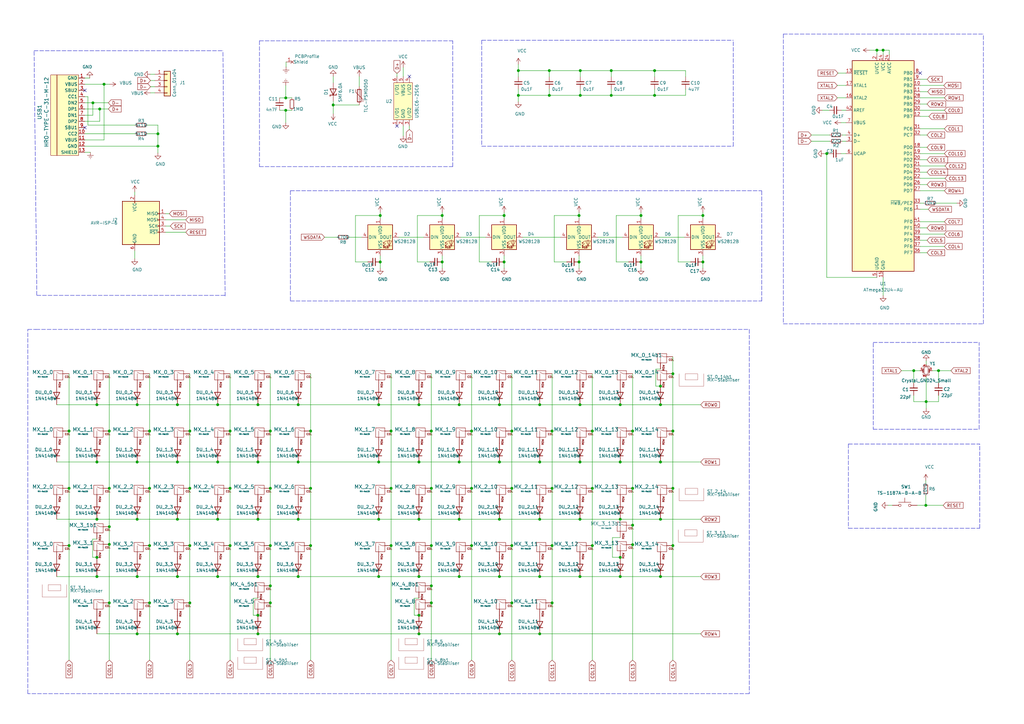
<source format=kicad_sch>
(kicad_sch (version 20200714) (host eeschema "(5.99.0-2612-g32a7d0025-dirty)")
  (page 1 1)
  (paper "A3")
  (title_block (rev "1") (comment 1 "Design for JLCPCB 1-2 Layer Service"))
  (junction (at 28.321 176.784) (diameter 1.016))
  (junction (at 28.321 200.279) (diameter 1.016))
  (junction (at 28.321 223.774) (diameter 1.016))
  (junction (at 38.1 42.164) (diameter 1.016))
  (junction (at 39.751 165.989) (diameter 1.016))
  (junction (at 39.751 189.484) (diameter 1.016))
  (junction (at 39.751 212.979) (diameter 1.016))
  (junction (at 39.751 228.6) (diameter 1.016))
  (junction (at 39.751 236.474) (diameter 1.016))
  (junction (at 40.894 44.704) (diameter 1.016))
  (junction (at 42.672 34.544) (diameter 1.016))
  (junction (at 44.831 176.784) (diameter 1.016))
  (junction (at 44.831 200.279) (diameter 1.016))
  (junction (at 44.831 216.027) (diameter 1.016))
  (junction (at 44.831 223.266) (diameter 1.016))
  (junction (at 44.831 247.269) (diameter 1.016))
  (junction (at 56.261 165.989) (diameter 1.016))
  (junction (at 56.261 189.484) (diameter 1.016))
  (junction (at 56.261 212.979) (diameter 1.016))
  (junction (at 56.261 236.474) (diameter 1.016))
  (junction (at 56.261 259.969) (diameter 1.016))
  (junction (at 61.341 176.784) (diameter 1.016))
  (junction (at 61.341 200.279) (diameter 1.016))
  (junction (at 61.341 223.774) (diameter 1.016))
  (junction (at 61.341 247.269) (diameter 1.016))
  (junction (at 64.77 54.864) (diameter 1.016))
  (junction (at 64.77 59.944) (diameter 1.016))
  (junction (at 72.771 165.989) (diameter 1.016))
  (junction (at 72.771 189.484) (diameter 1.016))
  (junction (at 72.771 212.979) (diameter 1.016))
  (junction (at 72.771 236.474) (diameter 1.016))
  (junction (at 72.771 259.969) (diameter 1.016))
  (junction (at 77.851 176.784) (diameter 1.016))
  (junction (at 77.851 200.279) (diameter 1.016))
  (junction (at 77.851 223.774) (diameter 1.016))
  (junction (at 77.851 247.269) (diameter 1.016))
  (junction (at 89.281 165.989) (diameter 1.016))
  (junction (at 89.281 189.484) (diameter 1.016))
  (junction (at 89.281 212.979) (diameter 1.016))
  (junction (at 89.281 236.474) (diameter 1.016))
  (junction (at 94.361 176.784) (diameter 1.016))
  (junction (at 94.361 200.279) (diameter 1.016))
  (junction (at 94.361 223.774) (diameter 1.016))
  (junction (at 105.791 165.989) (diameter 1.016))
  (junction (at 105.791 189.484) (diameter 1.016))
  (junction (at 105.791 212.979) (diameter 1.016))
  (junction (at 105.791 236.474) (diameter 1.016))
  (junction (at 105.791 252.349) (diameter 1.016))
  (junction (at 105.791 259.969) (diameter 1.016))
  (junction (at 110.871 176.784) (diameter 1.016))
  (junction (at 110.871 200.279) (diameter 1.016))
  (junction (at 110.871 223.774) (diameter 1.016))
  (junction (at 110.871 240.284) (diameter 1.016))
  (junction (at 110.871 247.269) (diameter 1.016))
  (junction (at 117.1956 40.1574) (diameter 1.016))
  (junction (at 117.1956 45.2374) (diameter 1.016))
  (junction (at 122.301 165.989) (diameter 1.016))
  (junction (at 122.301 189.484) (diameter 1.016))
  (junction (at 122.301 212.979) (diameter 1.016))
  (junction (at 122.301 236.474) (diameter 1.016))
  (junction (at 127.381 176.784) (diameter 1.016))
  (junction (at 127.381 200.279) (diameter 1.016))
  (junction (at 127.381 223.774) (diameter 1.016))
  (junction (at 136.652 43.053) (diameter 1.016))
  (junction (at 155.321 165.989) (diameter 1.016))
  (junction (at 155.321 189.484) (diameter 1.016))
  (junction (at 155.321 212.979) (diameter 1.016))
  (junction (at 155.321 236.474) (diameter 1.016))
  (junction (at 155.956 88.392) (diameter 1.016))
  (junction (at 155.956 107.442) (diameter 1.016))
  (junction (at 160.401 176.784) (diameter 1.016))
  (junction (at 160.401 200.279) (diameter 1.016))
  (junction (at 160.401 223.774) (diameter 1.016))
  (junction (at 171.831 165.989) (diameter 1.016))
  (junction (at 171.831 189.484) (diameter 1.016))
  (junction (at 171.831 212.979) (diameter 1.016))
  (junction (at 171.831 236.474) (diameter 1.016))
  (junction (at 171.831 252.349) (diameter 1.016))
  (junction (at 171.831 259.969) (diameter 1.016))
  (junction (at 176.911 176.784) (diameter 1.016))
  (junction (at 176.911 200.279) (diameter 1.016))
  (junction (at 176.911 223.774) (diameter 1.016))
  (junction (at 176.911 240.284) (diameter 1.016))
  (junction (at 176.911 247.269) (diameter 1.016))
  (junction (at 181.356 88.392) (diameter 1.016))
  (junction (at 181.356 107.442) (diameter 1.016))
  (junction (at 188.341 165.989) (diameter 1.016))
  (junction (at 188.341 189.484) (diameter 1.016))
  (junction (at 188.341 212.979) (diameter 1.016))
  (junction (at 188.341 236.474) (diameter 1.016))
  (junction (at 193.421 176.784) (diameter 1.016))
  (junction (at 193.421 200.279) (diameter 1.016))
  (junction (at 193.421 223.774) (diameter 1.016))
  (junction (at 204.851 165.989) (diameter 1.016))
  (junction (at 204.851 189.484) (diameter 1.016))
  (junction (at 204.851 212.979) (diameter 1.016))
  (junction (at 204.851 236.474) (diameter 1.016))
  (junction (at 204.851 259.969) (diameter 1.016))
  (junction (at 206.756 88.392) (diameter 1.016))
  (junction (at 206.756 107.442) (diameter 1.016))
  (junction (at 209.931 176.784) (diameter 1.016))
  (junction (at 209.931 200.279) (diameter 1.016))
  (junction (at 209.931 223.774) (diameter 1.016))
  (junction (at 209.931 247.269) (diameter 1.016))
  (junction (at 212.598 28.956) (diameter 1.016))
  (junction (at 212.598 39.116) (diameter 1.016))
  (junction (at 221.361 165.989) (diameter 1.016))
  (junction (at 221.361 189.484) (diameter 1.016))
  (junction (at 221.361 212.979) (diameter 1.016))
  (junction (at 221.361 236.474) (diameter 1.016))
  (junction (at 221.361 259.969) (diameter 1.016))
  (junction (at 225.298 28.956) (diameter 1.016))
  (junction (at 225.298 39.116) (diameter 1.016))
  (junction (at 226.441 176.784) (diameter 1.016))
  (junction (at 226.441 200.279) (diameter 1.016))
  (junction (at 226.441 223.774) (diameter 1.016))
  (junction (at 226.441 247.269) (diameter 1.016))
  (junction (at 237.49 88.392) (diameter 1.016))
  (junction (at 237.49 107.442) (diameter 1.016))
  (junction (at 237.871 165.989) (diameter 1.016))
  (junction (at 237.871 189.484) (diameter 1.016))
  (junction (at 237.871 212.979) (diameter 1.016))
  (junction (at 237.871 236.474) (diameter 1.016))
  (junction (at 237.998 28.956) (diameter 1.016))
  (junction (at 237.998 39.116) (diameter 1.016))
  (junction (at 242.951 176.784) (diameter 1.016))
  (junction (at 242.951 200.279) (diameter 1.016))
  (junction (at 242.951 223.774) (diameter 1.016))
  (junction (at 250.698 28.956) (diameter 1.016))
  (junction (at 250.698 39.116) (diameter 1.016))
  (junction (at 254.381 165.989) (diameter 1.016))
  (junction (at 254.381 189.484) (diameter 1.016))
  (junction (at 254.381 212.979) (diameter 1.016))
  (junction (at 254.381 228.6) (diameter 1.016))
  (junction (at 254.381 236.474) (diameter 1.016))
  (junction (at 259.461 176.784) (diameter 1.016))
  (junction (at 259.461 200.279) (diameter 1.016))
  (junction (at 259.461 215.392) (diameter 1.016))
  (junction (at 259.461 223.393) (diameter 1.016))
  (junction (at 262.89 88.392) (diameter 1.016))
  (junction (at 262.89 107.442) (diameter 1.016))
  (junction (at 268.478 28.956) (diameter 1.016))
  (junction (at 268.478 39.116) (diameter 1.016))
  (junction (at 270.891 158.369) (diameter 1.016))
  (junction (at 270.891 165.989) (diameter 1.016))
  (junction (at 270.891 189.484) (diameter 1.016))
  (junction (at 270.891 212.979) (diameter 1.016))
  (junction (at 270.891 236.474) (diameter 1.016))
  (junction (at 275.971 153.289) (diameter 1.016))
  (junction (at 275.971 176.784) (diameter 1.016))
  (junction (at 275.971 200.279) (diameter 1.016))
  (junction (at 275.971 223.774) (diameter 1.016))
  (junction (at 288.29 88.392) (diameter 1.016))
  (junction (at 288.29 107.442) (diameter 1.016))
  (junction (at 339.09 62.992) (diameter 1.016))
  (junction (at 359.664 20.574) (diameter 1.016))
  (junction (at 362.204 20.574) (diameter 1.016))
  (junction (at 374.777 152.019) (diameter 1.016))
  (junction (at 379.73 207.264) (diameter 1.016))
  (junction (at 379.857 164.719) (diameter 1.016))
  (junction (at 384.937 152.019) (diameter 1.016))
  (no_connect (at 34.798 37.084))
  (no_connect (at 34.798 52.324))
  (no_connect (at 377.444 29.972))
  (no_connect (at 162.814 51.689))
  (no_connect (at 167.894 31.369))
  (wire (pts (xy 23.241 165.989) (xy 39.751 165.989)))
  (wire (pts (xy 23.241 189.484) (xy 39.751 189.484)))
  (wire (pts (xy 23.241 212.979) (xy 39.751 212.979)))
  (wire (pts (xy 23.241 236.474) (xy 39.751 236.474)))
  (wire (pts (xy 28.321 153.289) (xy 28.321 176.784)))
  (wire (pts (xy 28.321 176.784) (xy 28.321 200.279)))
  (wire (pts (xy 28.321 200.279) (xy 28.321 223.774)))
  (wire (pts (xy 28.321 223.774) (xy 28.321 270.764)))
  (wire (pts (xy 34.798 32.004) (xy 36.83 32.004)))
  (wire (pts (xy 34.798 34.544) (xy 42.672 34.544)))
  (wire (pts (xy 34.798 39.624) (xy 36.068 39.624)))
  (wire (pts (xy 34.798 42.164) (xy 38.1 42.164)))
  (wire (pts (xy 34.798 44.704) (xy 40.894 44.704)))
  (wire (pts (xy 34.798 54.864) (xy 55.372 54.864)))
  (wire (pts (xy 34.798 57.404) (xy 42.672 57.404)))
  (wire (pts (xy 34.798 59.944) (xy 64.77 59.944)))
  (wire (pts (xy 34.798 62.484) (xy 37.084 62.484)))
  (wire (pts (xy 36.068 39.624) (xy 36.068 51.308)))
  (wire (pts (xy 36.068 51.308) (xy 55.372 51.308)))
  (wire (pts (xy 37.973 221.107) (xy 37.973 228.6)))
  (wire (pts (xy 37.973 228.6) (xy 39.751 228.6)))
  (wire (pts (xy 38.1 42.164) (xy 38.1 47.244)))
  (wire (pts (xy 38.1 42.164) (xy 44.45 42.164)))
  (wire (pts (xy 38.1 47.244) (xy 34.798 47.244)))
  (wire (pts (xy 39.751 165.989) (xy 56.261 165.989)))
  (wire (pts (xy 39.751 189.484) (xy 56.261 189.484)))
  (wire (pts (xy 39.751 212.979) (xy 56.261 212.979)))
  (wire (pts (xy 39.751 221.107) (xy 37.973 221.107)))
  (wire (pts (xy 39.751 228.346) (xy 39.751 228.6)))
  (wire (pts (xy 39.751 228.6) (xy 39.751 228.854)))
  (wire (pts (xy 39.751 236.474) (xy 56.261 236.474)))
  (wire (pts (xy 39.751 259.969) (xy 56.261 259.969)))
  (wire (pts (xy 40.894 44.704) (xy 40.894 49.784)))
  (wire (pts (xy 40.894 44.704) (xy 44.45 44.704)))
  (wire (pts (xy 40.894 49.784) (xy 34.798 49.784)))
  (wire (pts (xy 42.672 34.544) (xy 42.672 57.404)))
  (wire (pts (xy 42.672 34.544) (xy 44.958 34.544)))
  (wire (pts (xy 44.831 153.289) (xy 44.831 176.784)))
  (wire (pts (xy 44.831 176.784) (xy 44.831 200.279)))
  (wire (pts (xy 44.831 200.279) (xy 44.831 216.027)))
  (wire (pts (xy 44.831 216.027) (xy 44.831 223.266)))
  (wire (pts (xy 44.831 223.266) (xy 44.831 247.269)))
  (wire (pts (xy 44.831 247.269) (xy 44.831 270.764)))
  (wire (pts (xy 55.245 78.74) (xy 55.245 80.01)))
  (wire (pts (xy 55.245 102.87) (xy 55.245 106.045)))
  (wire (pts (xy 56.261 165.989) (xy 72.771 165.989)))
  (wire (pts (xy 56.261 189.484) (xy 72.771 189.484)))
  (wire (pts (xy 56.261 212.979) (xy 72.771 212.979)))
  (wire (pts (xy 56.261 236.474) (xy 72.771 236.474)))
  (wire (pts (xy 56.261 259.969) (xy 72.771 259.969)))
  (wire (pts (xy 60.452 51.308) (xy 64.77 51.308)))
  (wire (pts (xy 60.452 54.864) (xy 64.77 54.864)))
  (wire (pts (xy 61.341 153.289) (xy 61.341 176.784)))
  (wire (pts (xy 61.341 176.784) (xy 61.341 200.279)))
  (wire (pts (xy 61.341 200.279) (xy 61.341 223.774)))
  (wire (pts (xy 61.341 223.774) (xy 61.341 247.269)))
  (wire (pts (xy 61.341 247.269) (xy 61.341 270.764)))
  (wire (pts (xy 61.722 30.48) (xy 63.5 30.48)))
  (wire (pts (xy 61.722 33.02) (xy 63.5 33.02)))
  (wire (pts (xy 61.722 35.56) (xy 63.5 35.56)))
  (wire (pts (xy 61.722 38.1) (xy 63.5 38.1)))
  (wire (pts (xy 64.77 51.308) (xy 64.77 54.864)))
  (wire (pts (xy 64.77 54.864) (xy 64.77 59.944)))
  (wire (pts (xy 64.77 59.944) (xy 64.77 62.738)))
  (wire (pts (xy 67.945 87.63) (xy 69.469 87.63)))
  (wire (pts (xy 67.945 90.17) (xy 76.2 90.17)))
  (wire (pts (xy 67.945 92.71) (xy 69.85 92.71)))
  (wire (pts (xy 67.945 95.25) (xy 76.2 95.25)))
  (wire (pts (xy 72.771 165.989) (xy 89.281 165.989)))
  (wire (pts (xy 72.771 189.484) (xy 89.281 189.484)))
  (wire (pts (xy 72.771 212.979) (xy 89.281 212.979)))
  (wire (pts (xy 72.771 236.474) (xy 89.281 236.474)))
  (wire (pts (xy 72.771 259.969) (xy 105.791 259.969)))
  (wire (pts (xy 77.851 153.289) (xy 77.851 176.784)))
  (wire (pts (xy 77.851 176.784) (xy 77.851 200.279)))
  (wire (pts (xy 77.851 200.279) (xy 77.851 223.774)))
  (wire (pts (xy 77.851 223.774) (xy 77.851 247.269)))
  (wire (pts (xy 77.851 247.269) (xy 77.851 270.764)))
  (wire (pts (xy 89.281 165.989) (xy 105.791 165.989)))
  (wire (pts (xy 89.281 189.484) (xy 105.791 189.484)))
  (wire (pts (xy 89.281 212.979) (xy 105.791 212.979)))
  (wire (pts (xy 89.281 236.474) (xy 105.791 236.474)))
  (wire (pts (xy 94.361 153.289) (xy 94.361 176.784)))
  (wire (pts (xy 94.361 176.784) (xy 94.361 200.279)))
  (wire (pts (xy 94.361 200.279) (xy 94.361 223.774)))
  (wire (pts (xy 94.361 223.774) (xy 94.361 270.764)))
  (wire (pts (xy 103.886 245.364) (xy 103.886 252.349)))
  (wire (pts (xy 103.886 252.349) (xy 105.791 252.349)))
  (wire (pts (xy 105.791 165.989) (xy 122.301 165.989)))
  (wire (pts (xy 105.791 189.484) (xy 122.301 189.484)))
  (wire (pts (xy 105.791 212.979) (xy 122.301 212.979)))
  (wire (pts (xy 105.791 236.474) (xy 122.301 236.474)))
  (wire (pts (xy 105.791 245.364) (xy 103.886 245.364)))
  (wire (pts (xy 105.791 259.969) (xy 171.831 259.969)))
  (wire (pts (xy 110.871 153.289) (xy 110.871 176.784)))
  (wire (pts (xy 110.871 176.784) (xy 110.871 200.279)))
  (wire (pts (xy 110.871 200.279) (xy 110.871 223.774)))
  (wire (pts (xy 110.871 223.774) (xy 110.871 240.284)))
  (wire (pts (xy 110.871 240.284) (xy 110.871 247.269)))
  (wire (pts (xy 110.871 247.269) (xy 110.871 270.764)))
  (wire (pts (xy 114.6556 40.1574) (xy 117.1956 40.1574)))
  (wire (pts (xy 114.6556 45.2374) (xy 117.1956 45.2374)))
  (wire (pts (xy 117.1956 40.1574) (xy 117.1956 35.0774)))
  (wire (pts (xy 117.1956 40.1574) (xy 119.7356 40.1574)))
  (wire (pts (xy 117.1956 45.2374) (xy 119.7356 45.2374)))
  (wire (pts (xy 117.1956 50.3174) (xy 117.1956 45.2374)))
  (wire (pts (xy 117.3226 25.4254) (xy 117.3226 27.4574)))
  (wire (pts (xy 122.301 165.989) (xy 155.321 165.989)))
  (wire (pts (xy 122.301 189.484) (xy 155.321 189.484)))
  (wire (pts (xy 122.301 212.979) (xy 155.321 212.979)))
  (wire (pts (xy 122.301 236.474) (xy 155.321 236.474)))
  (wire (pts (xy 127.381 153.289) (xy 127.381 176.784)))
  (wire (pts (xy 127.381 176.784) (xy 127.381 200.279)))
  (wire (pts (xy 127.381 200.279) (xy 127.381 223.774)))
  (wire (pts (xy 127.381 223.774) (xy 127.381 270.764)))
  (wire (pts (xy 133.096 97.282) (xy 138.176 97.282)))
  (wire (pts (xy 136.652 31.369) (xy 136.652 33.909)))
  (wire (pts (xy 136.652 41.529) (xy 136.652 43.053)))
  (wire (pts (xy 136.652 43.053) (xy 136.652 46.609)))
  (wire (pts (xy 136.652 43.053) (xy 147.32 43.053)))
  (wire (pts (xy 143.256 97.282) (xy 148.336 97.282)))
  (wire (pts (xy 145.796 88.392) (xy 155.956 88.392)))
  (wire (pts (xy 145.796 107.442) (xy 145.796 88.392)))
  (wire (pts (xy 147.32 31.369) (xy 147.32 35.433)))
  (wire (pts (xy 150.876 107.442) (xy 145.796 107.442)))
  (wire (pts (xy 155.321 165.989) (xy 171.831 165.989)))
  (wire (pts (xy 155.321 189.484) (xy 171.831 189.484)))
  (wire (pts (xy 155.321 212.979) (xy 171.831 212.979)))
  (wire (pts (xy 155.321 236.474) (xy 171.831 236.474)))
  (wire (pts (xy 155.956 87.122) (xy 155.956 88.392)))
  (wire (pts (xy 155.956 88.392) (xy 155.956 89.662)))
  (wire (pts (xy 155.956 104.902) (xy 155.956 107.442)))
  (wire (pts (xy 155.956 107.442) (xy 155.956 109.982)))
  (wire (pts (xy 160.401 153.289) (xy 160.401 176.784)))
  (wire (pts (xy 160.401 176.784) (xy 160.401 200.279)))
  (wire (pts (xy 160.401 200.279) (xy 160.401 223.774)))
  (wire (pts (xy 160.401 223.774) (xy 160.401 270.764)))
  (wire (pts (xy 162.814 30.099) (xy 162.814 31.369)))
  (wire (pts (xy 163.576 97.282) (xy 173.736 97.282)))
  (wire (pts (xy 165.354 27.686) (xy 165.354 31.369)))
  (wire (pts (xy 165.354 51.689) (xy 165.354 55.753)))
  (wire (pts (xy 167.894 51.689) (xy 167.894 53.086)))
  (wire (pts (xy 169.926 245.364) (xy 169.926 252.349)))
  (wire (pts (xy 169.926 252.349) (xy 171.831 252.349)))
  (wire (pts (xy 171.196 88.392) (xy 181.356 88.392)))
  (wire (pts (xy 171.196 107.442) (xy 171.196 88.392)))
  (wire (pts (xy 171.831 165.989) (xy 188.341 165.989)))
  (wire (pts (xy 171.831 189.484) (xy 188.341 189.484)))
  (wire (pts (xy 171.831 212.979) (xy 188.341 212.979)))
  (wire (pts (xy 171.831 236.474) (xy 188.341 236.474)))
  (wire (pts (xy 171.831 245.364) (xy 169.926 245.364)))
  (wire (pts (xy 171.831 259.969) (xy 204.851 259.969)))
  (wire (pts (xy 176.276 107.442) (xy 171.196 107.442)))
  (wire (pts (xy 176.911 153.289) (xy 176.911 176.784)))
  (wire (pts (xy 176.911 176.784) (xy 176.911 200.279)))
  (wire (pts (xy 176.911 200.279) (xy 176.911 223.774)))
  (wire (pts (xy 176.911 223.774) (xy 176.911 240.284)))
  (wire (pts (xy 176.911 240.284) (xy 176.911 247.269)))
  (wire (pts (xy 176.911 247.269) (xy 176.911 270.764)))
  (wire (pts (xy 181.356 87.122) (xy 181.356 88.392)))
  (wire (pts (xy 181.356 88.392) (xy 181.356 89.662)))
  (wire (pts (xy 181.356 104.902) (xy 181.356 107.442)))
  (wire (pts (xy 181.356 107.442) (xy 181.356 109.982)))
  (wire (pts (xy 188.341 165.989) (xy 204.851 165.989)))
  (wire (pts (xy 188.341 189.484) (xy 204.851 189.484)))
  (wire (pts (xy 188.341 212.979) (xy 204.851 212.979)))
  (wire (pts (xy 188.341 236.474) (xy 204.851 236.474)))
  (wire (pts (xy 188.976 97.282) (xy 199.136 97.282)))
  (wire (pts (xy 193.421 153.289) (xy 193.421 176.784)))
  (wire (pts (xy 193.421 176.784) (xy 193.421 200.279)))
  (wire (pts (xy 193.421 200.279) (xy 193.421 223.774)))
  (wire (pts (xy 193.421 223.774) (xy 193.421 270.764)))
  (wire (pts (xy 196.596 88.392) (xy 206.756 88.392)))
  (wire (pts (xy 196.596 107.442) (xy 196.596 88.392)))
  (wire (pts (xy 201.676 107.442) (xy 196.596 107.442)))
  (wire (pts (xy 204.851 165.989) (xy 221.361 165.989)))
  (wire (pts (xy 204.851 189.484) (xy 221.361 189.484)))
  (wire (pts (xy 204.851 212.979) (xy 221.361 212.979)))
  (wire (pts (xy 204.851 236.474) (xy 221.361 236.474)))
  (wire (pts (xy 204.851 259.969) (xy 221.361 259.969)))
  (wire (pts (xy 206.756 87.122) (xy 206.756 88.392)))
  (wire (pts (xy 206.756 88.392) (xy 206.756 89.662)))
  (wire (pts (xy 206.756 104.902) (xy 206.756 107.442)))
  (wire (pts (xy 206.756 107.442) (xy 206.756 109.982)))
  (wire (pts (xy 209.931 153.289) (xy 209.931 176.784)))
  (wire (pts (xy 209.931 176.784) (xy 209.931 200.279)))
  (wire (pts (xy 209.931 200.279) (xy 209.931 223.774)))
  (wire (pts (xy 209.931 223.774) (xy 209.931 247.269)))
  (wire (pts (xy 209.931 247.269) (xy 209.931 270.764)))
  (wire (pts (xy 212.598 26.416) (xy 212.598 28.956)))
  (wire (pts (xy 212.598 28.956) (xy 212.598 31.496)))
  (wire (pts (xy 212.598 28.956) (xy 225.298 28.956)))
  (wire (pts (xy 212.598 36.576) (xy 212.598 39.116)))
  (wire (pts (xy 212.598 39.116) (xy 225.298 39.116)))
  (wire (pts (xy 212.598 41.656) (xy 212.598 39.116)))
  (wire (pts (xy 214.376 97.282) (xy 229.87 97.282)))
  (wire (pts (xy 221.361 165.989) (xy 237.871 165.989)))
  (wire (pts (xy 221.361 189.484) (xy 237.871 189.484)))
  (wire (pts (xy 221.361 212.979) (xy 237.871 212.979)))
  (wire (pts (xy 221.361 236.474) (xy 237.871 236.474)))
  (wire (pts (xy 221.361 259.969) (xy 287.401 259.969)))
  (wire (pts (xy 225.298 28.956) (xy 225.298 31.496)))
  (wire (pts (xy 225.298 28.956) (xy 237.998 28.956)))
  (wire (pts (xy 225.298 36.576) (xy 225.298 39.116)))
  (wire (pts (xy 225.298 39.116) (xy 237.998 39.116)))
  (wire (pts (xy 226.441 153.289) (xy 226.441 176.784)))
  (wire (pts (xy 226.441 176.784) (xy 226.441 200.279)))
  (wire (pts (xy 226.441 200.279) (xy 226.441 223.774)))
  (wire (pts (xy 226.441 223.774) (xy 226.441 247.269)))
  (wire (pts (xy 226.441 247.269) (xy 226.441 270.764)))
  (wire (pts (xy 227.33 88.392) (xy 237.49 88.392)))
  (wire (pts (xy 227.33 107.442) (xy 227.33 88.392)))
  (wire (pts (xy 232.41 107.442) (xy 227.33 107.442)))
  (wire (pts (xy 237.49 87.122) (xy 237.49 88.392)))
  (wire (pts (xy 237.49 88.392) (xy 237.49 89.662)))
  (wire (pts (xy 237.49 104.902) (xy 237.49 107.442)))
  (wire (pts (xy 237.49 107.442) (xy 237.49 109.982)))
  (wire (pts (xy 237.871 165.989) (xy 254.381 165.989)))
  (wire (pts (xy 237.871 189.484) (xy 254.381 189.484)))
  (wire (pts (xy 237.871 212.979) (xy 254.381 212.979)))
  (wire (pts (xy 237.871 236.474) (xy 254.381 236.474)))
  (wire (pts (xy 237.998 28.956) (xy 237.998 31.496)))
  (wire (pts (xy 237.998 28.956) (xy 250.698 28.956)))
  (wire (pts (xy 237.998 36.576) (xy 237.998 39.116)))
  (wire (pts (xy 237.998 39.116) (xy 250.698 39.116)))
  (wire (pts (xy 242.951 153.289) (xy 242.951 176.784)))
  (wire (pts (xy 242.951 176.784) (xy 242.951 200.279)))
  (wire (pts (xy 242.951 200.279) (xy 242.951 223.774)))
  (wire (pts (xy 242.951 223.774) (xy 242.951 270.764)))
  (wire (pts (xy 245.11 97.282) (xy 255.27 97.282)))
  (wire (pts (xy 250.698 28.956) (xy 250.698 31.496)))
  (wire (pts (xy 250.698 28.956) (xy 268.478 28.956)))
  (wire (pts (xy 250.698 36.576) (xy 250.698 39.116)) (stroke (width 0.152)))
  (wire (pts (xy 250.698 39.116) (xy 268.478 39.116)))
  (wire (pts (xy 251.206 220.472) (xy 251.206 228.6)))
  (wire (pts (xy 251.206 228.6) (xy 254.381 228.6)))
  (wire (pts (xy 252.73 88.392) (xy 262.89 88.392)))
  (wire (pts (xy 252.73 107.442) (xy 252.73 88.392)))
  (wire (pts (xy 254.381 165.989) (xy 270.891 165.989)))
  (wire (pts (xy 254.381 189.484) (xy 270.891 189.484)))
  (wire (pts (xy 254.381 212.979) (xy 270.891 212.979)))
  (wire (pts (xy 254.381 220.472) (xy 251.206 220.472)))
  (wire (pts (xy 254.381 228.473) (xy 254.381 228.6)))
  (wire (pts (xy 254.381 228.6) (xy 254.381 228.854)))
  (wire (pts (xy 254.381 236.474) (xy 270.891 236.474)))
  (wire (pts (xy 257.81 107.442) (xy 252.73 107.442)))
  (wire (pts (xy 259.461 153.289) (xy 259.461 176.784)))
  (wire (pts (xy 259.461 176.784) (xy 259.461 200.279)))
  (wire (pts (xy 259.461 200.279) (xy 259.461 215.392)))
  (wire (pts (xy 259.461 215.392) (xy 259.461 223.393)))
  (wire (pts (xy 259.461 223.393) (xy 259.461 270.764)))
  (wire (pts (xy 262.89 87.122) (xy 262.89 88.392)))
  (wire (pts (xy 262.89 88.392) (xy 262.89 89.662)))
  (wire (pts (xy 262.89 104.902) (xy 262.89 107.442)))
  (wire (pts (xy 262.89 107.442) (xy 262.89 109.982)))
  (wire (pts (xy 268.478 28.956) (xy 268.478 31.496)))
  (wire (pts (xy 268.478 28.956) (xy 281.178 28.956)))
  (wire (pts (xy 268.478 36.576) (xy 268.478 39.116)))
  (wire (pts (xy 268.478 39.116) (xy 281.178 39.116)))
  (wire (pts (xy 268.986 151.384) (xy 268.986 158.369)))
  (wire (pts (xy 268.986 158.369) (xy 270.891 158.369)))
  (wire (pts (xy 270.51 97.282) (xy 280.67 97.282)))
  (wire (pts (xy 270.891 151.384) (xy 268.986 151.384)))
  (wire (pts (xy 270.891 165.989) (xy 287.401 165.989)))
  (wire (pts (xy 270.891 189.484) (xy 287.401 189.484)))
  (wire (pts (xy 270.891 212.979) (xy 287.401 212.979)))
  (wire (pts (xy 270.891 236.474) (xy 287.401 236.474)))
  (wire (pts (xy 275.971 146.304) (xy 275.971 153.289)))
  (wire (pts (xy 275.971 153.289) (xy 275.971 176.784)))
  (wire (pts (xy 275.971 176.784) (xy 275.971 200.279)))
  (wire (pts (xy 275.971 200.279) (xy 275.971 223.774)))
  (wire (pts (xy 275.971 223.774) (xy 275.971 270.764)))
  (wire (pts (xy 278.13 88.392) (xy 288.29 88.392)))
  (wire (pts (xy 278.13 107.442) (xy 278.13 88.392)))
  (wire (pts (xy 281.178 28.956) (xy 281.178 31.496)))
  (wire (pts (xy 281.178 36.576) (xy 281.178 39.116)))
  (wire (pts (xy 283.21 107.442) (xy 278.13 107.442)))
  (wire (pts (xy 288.29 87.122) (xy 288.29 88.392)))
  (wire (pts (xy 288.29 88.392) (xy 288.29 89.662)))
  (wire (pts (xy 288.29 104.902) (xy 288.29 107.442)))
  (wire (pts (xy 288.29 107.442) (xy 288.29 109.982)))
  (wire (pts (xy 332.74 55.372) (xy 340.36 55.372)))
  (wire (pts (xy 332.74 57.912) (xy 340.36 57.912)))
  (wire (pts (xy 337.312 45.212) (xy 340.106 45.212)))
  (wire (pts (xy 339.09 62.992) (xy 338.074 62.992)))
  (wire (pts (xy 339.09 62.992) (xy 339.09 113.792)))
  (wire (pts (xy 339.09 113.792) (xy 359.664 113.792)))
  (wire (pts (xy 339.852 62.992) (xy 339.09 62.992)))
  (wire (pts (xy 343.408 35.052) (xy 346.964 35.052)))
  (wire (pts (xy 343.408 40.132) (xy 346.964 40.132)))
  (wire (pts (xy 343.662 29.972) (xy 346.964 29.972)))
  (wire (pts (xy 344.932 50.292) (xy 346.964 50.292)))
  (wire (pts (xy 344.932 62.992) (xy 346.964 62.992)))
  (wire (pts (xy 345.186 45.212) (xy 346.964 45.212)))
  (wire (pts (xy 345.44 55.372) (xy 346.964 55.372)))
  (wire (pts (xy 345.44 57.912) (xy 346.964 57.912)))
  (wire (pts (xy 356.616 20.574) (xy 359.664 20.574)))
  (wire (pts (xy 359.664 20.574) (xy 359.664 22.352)))
  (wire (pts (xy 359.664 20.574) (xy 362.204 20.574)))
  (wire (pts (xy 362.204 20.574) (xy 364.744 20.574)))
  (wire (pts (xy 362.204 22.352) (xy 362.204 20.574)))
  (wire (pts (xy 362.204 113.792) (xy 362.204 121.158)))
  (wire (pts (xy 364.236 207.264) (xy 366.014 207.264)))
  (wire (pts (xy 364.744 20.574) (xy 364.744 22.352)))
  (wire (pts (xy 369.697 152.019) (xy 374.777 152.019)))
  (wire (pts (xy 374.777 152.019) (xy 374.777 157.099)))
  (wire (pts (xy 374.777 152.019) (xy 377.317 152.019)))
  (wire (pts (xy 374.777 162.179) (xy 374.777 164.719)))
  (wire (pts (xy 374.777 164.719) (xy 379.857 164.719)))
  (wire (pts (xy 376.174 207.264) (xy 379.73 207.264)))
  (wire (pts (xy 377.444 32.512) (xy 380.2888 32.512)))
  (wire (pts (xy 377.444 35.052) (xy 387.096 35.052)))
  (wire (pts (xy 377.444 37.592) (xy 380.492 37.592)))
  (wire (pts (xy 377.444 40.132) (xy 387.35 40.132)))
  (wire (pts (xy 377.444 42.672) (xy 380.238 42.672)))
  (wire (pts (xy 377.444 45.212) (xy 387.35 45.212)))
  (wire (pts (xy 377.444 47.752) (xy 381 47.752)))
  (wire (pts (xy 377.444 52.832) (xy 387.35 52.832)))
  (wire (pts (xy 377.444 55.372) (xy 380.238 55.372)))
  (wire (pts (xy 377.444 60.452) (xy 380.238 60.452)))
  (wire (pts (xy 377.444 62.992) (xy 387.35 62.992)))
  (wire (pts (xy 377.444 65.532) (xy 380.238 65.532)))
  (wire (pts (xy 377.444 68.072) (xy 387.604 68.072)))
  (wire (pts (xy 377.444 70.612) (xy 380.238 70.612)))
  (wire (pts (xy 377.444 73.152) (xy 387.604 73.152)))
  (wire (pts (xy 377.444 75.692) (xy 380.238 75.692)))
  (wire (pts (xy 377.444 78.232) (xy 387.35 78.232)))
  (wire (pts (xy 377.444 83.312) (xy 378.968 83.312)))
  (wire (pts (xy 377.444 85.852) (xy 380.746 85.852)))
  (wire (pts (xy 377.444 90.932) (xy 387.35 90.932)))
  (wire (pts (xy 377.444 93.472) (xy 380.238 93.472)))
  (wire (pts (xy 377.444 96.012) (xy 387.35 96.012)))
  (wire (pts (xy 377.444 98.552) (xy 380.238 98.552)))
  (wire (pts (xy 377.444 101.092) (xy 387.35 101.092)))
  (wire (pts (xy 377.444 103.632) (xy 380.238 103.632)))
  (wire (pts (xy 379.73 197.104) (xy 379.73 198.12)))
  (wire (pts (xy 379.73 207.264) (xy 379.73 203.2)))
  (wire (pts (xy 379.73 207.264) (xy 386.842 207.264)))
  (wire (pts (xy 379.857 148.082) (xy 379.857 149.479)))
  (wire (pts (xy 379.857 154.559) (xy 379.857 164.719)))
  (wire (pts (xy 379.857 164.719) (xy 379.857 167.513)))
  (wire (pts (xy 379.857 164.719) (xy 384.937 164.719)))
  (wire (pts (xy 382.397 152.019) (xy 384.937 152.019)))
  (wire (pts (xy 384.048 83.312) (xy 392.43 83.312)))
  (wire (pts (xy 384.937 152.019) (xy 384.937 157.099)))
  (wire (pts (xy 384.937 152.019) (xy 390.017 152.019)))
  (wire (pts (xy 384.937 164.719) (xy 384.937 162.179)))
  (polyline (pts (xy 11.43 135.128) (xy 14.732 135.128)) (stroke (width 0) (type dash)))
  (polyline (pts (xy 11.43 284.48) (xy 11.43 135.128)) (stroke (width 0) (type dash)))
  (polyline (pts (xy 13.97 20.828) (xy 91.44 20.828)) (stroke (width 0) (type dash)))
  (polyline (pts (xy 13.97 21.082) (xy 15.113 121.158)) (stroke (width 0) (type dash)))
  (polyline (pts (xy 14.732 135.128) (xy 307.34 135.128)) (stroke (width 0) (type dash)))
  (polyline (pts (xy 15.113 121.158) (xy 92.583 121.158)) (stroke (width 0) (type dash)))
  (polyline (pts (xy 92.329 121.412) (xy 91.44 20.828)) (stroke (width 0) (type dash)))
  (polyline (pts (xy 106.426 16.764) (xy 106.426 68.326)) (stroke (width 0) (type dash)))
  (polyline (pts (xy 106.426 16.764) (xy 185.674 16.764)) (stroke (width 0) (type dash)))
  (polyline (pts (xy 106.426 68.326) (xy 185.674 68.326)) (stroke (width 0) (type dash)))
  (polyline (pts (xy 119.126 78.232) (xy 119.126 123.444)) (stroke (width 0) (type dash)))
  (polyline (pts (xy 119.126 78.232) (xy 312.42 78.232)) (stroke (width 0) (type dash)))
  (polyline (pts (xy 119.126 123.444) (xy 312.42 123.444)) (stroke (width 0) (type dash)))
  (polyline (pts (xy 185.674 68.326) (xy 185.674 16.764)) (stroke (width 0) (type dash)))
  (polyline (pts (xy 197.612 16.51) (xy 197.612 59.944)) (stroke (width 0) (type dash)))
  (polyline (pts (xy 197.612 16.51) (xy 300.736 16.51)) (stroke (width 0) (type dash)))
  (polyline (pts (xy 197.612 59.944) (xy 300.736 59.944)) (stroke (width 0) (type dash)))
  (polyline (pts (xy 300.736 59.944) (xy 300.736 16.51)) (stroke (width 0) (type dash)))
  (polyline (pts (xy 307.34 135.128) (xy 307.34 284.48)) (stroke (width 0) (type dash)))
  (polyline (pts (xy 307.34 284.48) (xy 11.43 284.48)) (stroke (width 0) (type dash)))
  (polyline (pts (xy 312.42 123.444) (xy 312.42 78.232)) (stroke (width 0) (type dash)))
  (polyline (pts (xy 321.31 13.97) (xy 321.31 132.842)) (stroke (width 0) (type dash)))
  (polyline (pts (xy 321.31 13.97) (xy 403.352 13.97)) (stroke (width 0) (type dash)))
  (polyline (pts (xy 321.31 132.842) (xy 403.352 132.842)) (stroke (width 0) (type dash)))
  (polyline (pts (xy 347.98 182.118) (xy 347.98 216.662)) (stroke (width 0) (type dash)))
  (polyline (pts (xy 347.98 182.118) (xy 401.828 182.118)) (stroke (width 0) (type dash)))
  (polyline (pts (xy 347.98 216.662) (xy 401.828 216.662)) (stroke (width 0) (type dash)))
  (polyline (pts (xy 358.14 140.462) (xy 401.574 140.462)) (stroke (width 0) (type dash)))
  (polyline (pts (xy 358.14 140.716) (xy 358.14 176.022)) (stroke (width 0) (type dash)))
  (polyline (pts (xy 358.14 176.022) (xy 401.574 176.022)) (stroke (width 0) (type dash)))
  (polyline (pts (xy 401.574 176.022) (xy 401.574 140.462)) (stroke (width 0) (type dash)))
  (polyline (pts (xy 401.828 216.662) (xy 401.828 182.118)) (stroke (width 0) (type dash)))
  (polyline (pts (xy 403.352 132.842) (xy 403.352 13.97)) (stroke (width 0) (type dash)))
  (global_label "COL0" (shape input) (at 28.321 270.764 270))
  (global_label "D-" (shape input) (at 44.45 42.164 0))
  (global_label "D+" (shape input) (at 44.45 44.704 0))
  (global_label "COL1" (shape input) (at 44.831 270.764 270))
  (global_label "COL2" (shape input) (at 61.341 270.764 270))
  (global_label "D+" (shape input) (at 61.722 33.02 180))
  (global_label "D-" (shape input) (at 61.722 35.56 180))
  (global_label "MOSI" (shape input) (at 69.469 87.63 0))
  (global_label "SCK" (shape input) (at 69.85 92.71 0))
  (global_label "MISO" (shape input) (at 76.2 90.17 0))
  (global_label "RESET" (shape input) (at 76.2 95.25 0))
  (global_label "COL3" (shape input) (at 77.851 270.764 270))
  (global_label "COL4" (shape input) (at 94.361 270.764 270))
  (global_label "COL5" (shape input) (at 110.871 270.764 270))
  (global_label "COL6" (shape input) (at 127.381 270.764 270))
  (global_label "WSDATA" (shape input) (at 133.096 97.282 180))
  (global_label "COL7" (shape input) (at 160.401 270.764 270))
  (global_label "D+" (shape input) (at 162.814 30.099 90))
  (global_label "D-" (shape input) (at 167.894 53.086 270))
  (global_label "COL8" (shape input) (at 176.911 270.764 270))
  (global_label "COL9" (shape input) (at 193.421 270.764 270))
  (global_label "COL10" (shape input) (at 209.931 270.764 270))
  (global_label "COL11" (shape input) (at 226.441 270.764 270))
  (global_label "COL12" (shape input) (at 242.951 270.764 270))
  (global_label "COL13" (shape input) (at 259.461 270.764 270))
  (global_label "COL14" (shape input) (at 275.971 270.764 270))
  (global_label "ROW0" (shape input) (at 287.401 165.989 0))
  (global_label "ROW1" (shape input) (at 287.401 189.484 0))
  (global_label "ROW2" (shape input) (at 287.401 212.979 0))
  (global_label "ROW3" (shape input) (at 287.401 236.474 0))
  (global_label "ROW4" (shape input) (at 287.401 259.969 0))
  (global_label "D+" (shape input) (at 332.74 55.372 180))
  (global_label "D-" (shape input) (at 332.74 57.912 180))
  (global_label "XTAL1" (shape input) (at 343.408 35.052 180))
  (global_label "XTAL2" (shape input) (at 343.408 40.132 180))
  (global_label "RESET" (shape input) (at 343.662 29.972 180))
  (global_label "XTAL1" (shape input) (at 369.697 152.019 180))
  (global_label "ROW2" (shape input) (at 380.238 42.672 0))
  (global_label "COL2" (shape input) (at 380.238 55.372 0))
  (global_label "COL9" (shape input) (at 380.238 60.452 0))
  (global_label "COL11" (shape input) (at 380.238 65.532 0))
  (global_label "COL14" (shape input) (at 380.238 70.612 0))
  (global_label "ROW3" (shape input) (at 380.238 75.692 0))
  (global_label "ROW0" (shape input) (at 380.238 93.472 0))
  (global_label "COL5" (shape input) (at 380.238 98.552 0))
  (global_label "COL3" (shape input) (at 380.238 103.632 0))
  (global_label "SCK" (shape input) (at 380.2888 32.512 0))
  (global_label "MISO" (shape input) (at 380.492 37.592 0))
  (global_label "WSDATA" (shape input) (at 380.746 85.852 0))
  (global_label "COL8" (shape input) (at 381 47.752 0))
  (global_label "RESET" (shape input) (at 386.842 207.264 0))
  (global_label "MOSI" (shape input) (at 387.096 35.052 0))
  (global_label "ROW1" (shape input) (at 387.35 40.132 0))
  (global_label "COL0" (shape input) (at 387.35 45.212 0))
  (global_label "COL1" (shape input) (at 387.35 52.832 0))
  (global_label "COL10" (shape input) (at 387.35 62.992 0))
  (global_label "ROW4" (shape input) (at 387.35 78.232 0))
  (global_label "COL7" (shape input) (at 387.35 90.932 0))
  (global_label "COL6" (shape input) (at 387.35 96.012 0))
  (global_label "COL4" (shape input) (at 387.35 101.092 0))
  (global_label "COL12" (shape input) (at 387.604 68.072 0))
  (global_label "COL13" (shape input) (at 387.604 73.152 0))
  (global_label "XTAL2" (shape input) (at 390.017 152.019 0))
  (symbol (lib_id "power:VBUS") (at 44.958 34.544 270) (unit 1)
    (property "Reference" "#PWR0111" (effects hide))
    (property "Value" "VBUS" (at 49.022 34.036 90) (effects (justify left)))
  )
  (symbol (lib_id "power:VCC") (at 55.245 78.74 0) (unit 1)
    (property "Reference" "#PWR0136" (effects hide))
    (property "Value" "VCC" (at 55.499 74.549 0))
  )
  (symbol (lib_id "power:VBUS") (at 61.722 38.1 90) (unit 1)
    (property "Reference" "#PWR0131" (effects hide))
    (property "Value" "VBUS" (at 58.928 38.227 90) (effects (justify left)))
  )
  (symbol (lib_id "power:VCC") (at 136.652 46.609 180) (unit 1)
    (property "Reference" "#PWR02" (effects hide))
    (property "Value" "VCC" (at 136.398 50.8 0))
  )
  (symbol (lib_id "power:VBUS") (at 147.32 31.369 0) (unit 1)
    (property "Reference" "#PWR04" (effects hide))
    (property "Value" "VBUS" (at 144.78 27.686 0) (effects (justify left)))
  )
  (symbol (lib_id "power:VCC") (at 155.956 87.122 0) (unit 1)
    (property "Reference" "#PWR0132" (effects hide))
    (property "Value" "VCC" (at 154.686 82.804 90))
  )
  (symbol (lib_id "power:VCC") (at 165.354 27.686 0) (unit 1)
    (property "Reference" "#PWR0109" (effects hide))
    (property "Value" "VCC" (at 165.354 23.241 0))
  )
  (symbol (lib_id "power:VCC") (at 181.356 87.122 0) (unit 1)
    (property "Reference" "#PWR0129" (effects hide))
    (property "Value" "VCC" (at 180.086 82.804 90))
  )
  (symbol (lib_id "power:VCC") (at 206.756 87.122 0) (unit 1)
    (property "Reference" "#PWR0124" (effects hide))
    (property "Value" "VCC" (at 205.486 82.804 90))
  )
  (symbol (lib_id "power:VCC") (at 212.598 26.416 0) (unit 1)
    (property "Reference" "#PWR0117" (effects hide))
    (property "Value" "VCC" (at 214.122 20.828 0))
  )
  (symbol (lib_id "power:VCC") (at 237.49 87.122 0) (unit 1)
    (property "Reference" "#PWR0125" (effects hide))
    (property "Value" "VCC" (at 236.22 82.804 90))
  )
  (symbol (lib_id "power:VCC") (at 262.89 87.122 0) (unit 1)
    (property "Reference" "#PWR0120" (effects hide))
    (property "Value" "VCC" (at 261.62 82.804 90))
  )
  (symbol (lib_id "power:VCC") (at 288.29 87.122 0) (unit 1)
    (property "Reference" "#PWR0122" (effects hide))
    (property "Value" "VCC" (at 287.02 82.804 90))
  )
  (symbol (lib_id "power:VCC") (at 344.932 50.292 90) (unit 1)
    (property "Reference" "#PWR0107" (effects hide))
    (property "Value" "VCC" (at 339.344 50.292 90))
  )
  (symbol (lib_id "power:VCC") (at 356.616 20.574 90) (unit 1)
    (property "Reference" "#PWR0119" (effects hide))
    (property "Value" "VCC" (at 351.028 20.574 90))
  )
  (symbol (lib_id "power:VCC") (at 379.73 197.104 0) (unit 1)
    (property "Reference" "#PWR0115" (effects hide))
    (property "Value" "VCC" (at 381.254 191.516 0))
  )
  (symbol (lib_id "power:GND") (at 36.83 32.004 180) (unit 1)
    (property "Reference" "#PWR0118" (effects hide))
    (property "Value" "GND" (at 35.814 27.432 0))
  )
  (symbol (lib_id "power:Earth") (at 37.084 62.484 0) (unit 1)
    (property "Reference" "#PWR0113" (effects hide))
    (property "Value" "Earth" (effects hide))
  )
  (symbol (lib_id "power:GND") (at 55.245 106.045 0) (unit 1)
    (property "Reference" "#PWR0135" (effects hide))
    (property "Value" "GND" (at 56.261 110.617 0))
  )
  (symbol (lib_id "power:GND") (at 61.722 30.48 270) (unit 1)
    (property "Reference" "#PWR0130" (effects hide))
    (property "Value" "GND" (at 56.896 30.48 90))
  )
  (symbol (lib_id "power:GND") (at 64.77 62.738 0) (unit 1)
    (property "Reference" "#PWR0112" (effects hide))
    (property "Value" "GND" (at 65.786 67.31 0))
  )
  (symbol (lib_id "power:Earth") (at 117.1956 35.0774 180) (unit 1)
    (property "Reference" "#PWR03" (effects hide))
    (property "Value" "Earth" (effects hide))
  )
  (symbol (lib_id "power:GND") (at 117.1956 50.3174 0) (unit 1)
    (property "Reference" "#PWR01" (effects hide))
    (property "Value" "GND" (at 113.5126 51.9684 0))
  )
  (symbol (lib_id "power:Earth") (at 117.3226 27.4574 0) (unit 1)
    (property "Reference" "#PWR0101" (effects hide))
    (property "Value" "Earth" (effects hide))
  )
  (symbol (lib_id "power:GND") (at 136.652 31.369 180) (unit 1)
    (property "Reference" "#PWR0110" (effects hide))
    (property "Value" "GND" (at 136.652 27.559 0))
  )
  (symbol (lib_id "power:GND") (at 155.956 109.982 0) (unit 1)
    (property "Reference" "#PWR0133" (effects hide))
    (property "Value" "GND" (at 156.972 114.554 0))
  )
  (symbol (lib_id "power:GND") (at 165.354 55.753 0) (unit 1)
    (property "Reference" "#PWR0108" (effects hide))
    (property "Value" "GND" (at 165.227 60.071 0))
  )
  (symbol (lib_id "power:GND") (at 181.356 109.982 0) (unit 1)
    (property "Reference" "#PWR0127" (effects hide))
    (property "Value" "GND" (at 182.372 114.554 0))
  )
  (symbol (lib_id "power:GND") (at 206.756 109.982 0) (unit 1)
    (property "Reference" "#PWR0128" (effects hide))
    (property "Value" "GND" (at 207.772 114.554 0))
  )
  (symbol (lib_id "power:GND") (at 212.598 41.656 0) (unit 1)
    (property "Reference" "#PWR0116" (effects hide))
    (property "Value" "GND" (at 213.233 46.736 0))
  )
  (symbol (lib_id "power:GND") (at 237.49 109.982 0) (unit 1)
    (property "Reference" "#PWR0126" (effects hide))
    (property "Value" "GND" (at 238.506 114.554 0))
  )
  (symbol (lib_id "power:GND") (at 262.89 109.982 0) (unit 1)
    (property "Reference" "#PWR0121" (effects hide))
    (property "Value" "GND" (at 263.906 114.554 0))
  )
  (symbol (lib_id "power:GND") (at 288.29 109.982 0) (unit 1)
    (property "Reference" "#PWR0123" (effects hide))
    (property "Value" "GND" (at 289.306 114.554 0))
  )
  (symbol (lib_id "power:GND") (at 337.312 45.212 270) (unit 1)
    (property "Reference" "#PWR0105" (effects hide))
    (property "Value" "GND" (at 333.756 45.212 0))
  )
  (symbol (lib_id "power:GND") (at 338.074 62.992 270) (unit 1)
    (property "Reference" "#PWR0106" (effects hide))
    (property "Value" "GND" (at 334.518 62.992 0))
  )
  (symbol (lib_id "power:GND") (at 362.204 121.158 0) (unit 1)
    (property "Reference" "#PWR0102" (effects hide))
    (property "Value" "GND" (at 362.839 126.238 0))
  )
  (symbol (lib_id "power:GND") (at 364.236 207.264 270) (unit 1)
    (property "Reference" "#PWR0114" (effects hide))
    (property "Value" "GND" (at 359.156 207.899 0))
  )
  (symbol (lib_id "power:GND") (at 379.857 148.082 180) (unit 1)
    (property "Reference" "#PWR0134" (effects hide))
    (property "Value" "GND" (at 379.857 144.526 0))
  )
  (symbol (lib_id "power:GND") (at 379.857 167.513 0) (unit 1)
    (property "Reference" "#PWR0103" (effects hide))
    (property "Value" "GND" (at 379.857 171.069 0))
  )
  (symbol (lib_id "power:GND") (at 392.43 83.312 90) (unit 1)
    (property "Reference" "#PWR0104" (effects hide))
    (property "Value" "GND" (at 395.986 83.312 0))
  )
  (symbol (lib_id "Device:R_Small") (at 57.912 51.308 90) (unit 1)
    (property "Reference" "R3" (at 57.912 49.53 90))
    (property "Value" "5k1Ω" (at 57.912 51.308 90))
    (property "Footprint" "Resistor_SMD:R_0603_1608Metric" (effects hide))
    (property "LCSC" "C23186" (effects hide))
  )
  (symbol (lib_id "Device:R_Small") (at 57.912 54.864 90) (unit 1)
    (property "Reference" "R4" (at 57.912 56.896 90))
    (property "Value" "5k1Ω" (at 57.912 54.864 90))
    (property "Footprint" "Resistor_SMD:R_0603_1608Metric" (effects hide))
    (property "LCSC" "C23186" (effects hide))
  )
  (symbol (lib_id "Device:R_Small") (at 119.7356 42.6974 180) (unit 1)
    (property "Reference" "R5" (at 122.0216 40.5384 0))
    (property "Value" "1MΩ" (at 122.2756 44.7294 0))
    (property "Footprint" "Resistor_SMD:R_0603_1608Metric" (effects hide))
    (property "LCSC" "C22935" (effects hide))
    (property "FootprintLCSC" "0603" (effects hide))
  )
  (symbol (lib_id "Device:R_Small") (at 140.716 97.282 90) (unit 1)
    (property "Reference" "R8" (at 140.716 99.314 90))
    (property "Value" "470Ω" (at 140.716 97.282 90))
    (property "Footprint" "Resistor_SMD:R_0603_1608Metric" (effects hide))
    (property "LCSC" "C23179" (effects hide))
  )
  (symbol (lib_id "Device:R_Small") (at 342.9 55.372 270) (unit 1)
    (property "Reference" "R1" (at 342.773 53.594 90))
    (property "Value" "22Ω" (at 342.9 55.2958 90))
    (property "Footprint" "Resistor_SMD:R_0603_1608Metric" (effects hide))
    (property "LCSC" "C23345" (effects hide))
  )
  (symbol (lib_id "Device:R_Small") (at 342.9 57.912 270) (unit 1)
    (property "Reference" "R2" (at 342.9 59.69 90))
    (property "Value" "22Ω" (at 342.9508 57.8104 90))
    (property "Footprint" "Resistor_SMD:R_0603_1608Metric" (effects hide))
    (property "LCSC" "C23345" (effects hide))
  )
  (symbol (lib_id "Device:R_Small") (at 379.73 200.66 0) (unit 1)
    (property "Reference" "R6" (at 382.27 200.533 0))
    (property "Value" "10kΩ" (at 379.476 200.66 90))
    (property "Footprint" "Resistor_SMD:R_0603_1608Metric" (effects hide))
    (property "LCSC" "C25804" (effects hide))
  )
  (symbol (lib_id "Device:R_Small") (at 381.508 83.312 90) (unit 1)
    (property "Reference" "R7" (at 381.508 81.534 90))
    (property "Value" "10kΩ" (at 381.508 83.185 90))
    (property "Footprint" "Resistor_SMD:R_0603_1608Metric" (effects hide))
    (property "LCSC" "C25804" (effects hide))
  )
  (symbol (lib_id "Device:C_Small") (at 114.6556 42.6974 180) (unit 1)
    (property "Reference" "C11" (at 114.0206 40.5384 0) (effects (justify left)))
    (property "Value" "4n7F" (at 113.8936 44.9834 0) (effects (justify left)))
    (property "Footprint" "Capacitor_SMD:C_0603_1608Metric" (effects hide))
    (property "LCSC" "C159797" (effects hide))
  )
  (symbol (lib_id "Device:C_Small") (at 153.416 107.442 270) (unit 1)
    (property "Reference" "C12" (at 149.6568 110.6932 90) (effects (justify left)))
    (property "Value" "0u1F" (at 148.4122 108.6612 90) (effects (justify left)))
    (property "Footprint" "Capacitor_SMD:C_0603_1608Metric" (effects hide))
    (property "LCSC" "C14663" (effects hide))
  )
  (symbol (lib_id "Device:C_Small") (at 178.816 107.442 270) (unit 1)
    (property "Reference" "C13" (at 175.6156 110.5662 90) (effects (justify left)))
    (property "Value" "0u1F" (at 173.8122 108.5596 90) (effects (justify left)))
    (property "Footprint" "Capacitor_SMD:C_0603_1608Metric" (effects hide))
    (property "LCSC" "C14663" (effects hide))
  )
  (symbol (lib_id "Device:C_Small") (at 204.216 107.442 270) (unit 1)
    (property "Reference" "C14" (at 201.168 110.617 90) (effects (justify left)))
    (property "Value" "0u1F" (at 199.4916 108.5596 90) (effects (justify left)))
    (property "Footprint" "Capacitor_SMD:C_0603_1608Metric" (effects hide))
    (property "LCSC" "C14663" (effects hide))
  )
  (symbol (lib_id "Device:C_Small") (at 212.598 34.036 0) (unit 1)
    (property "Reference" "C5" (at 214.63 34.036 0) (effects (justify left)))
    (property "Value" "0u1F" (at 213.614 36.576 0) (effects (justify left)))
    (property "Footprint" "Capacitor_SMD:C_0603_1608Metric" (effects hide))
    (property "LCSC" "C14663" (effects hide))
  )
  (symbol (lib_id "Device:C_Small") (at 225.298 34.036 0) (unit 1)
    (property "Reference" "C6" (at 227.33 34.036 0) (effects (justify left)))
    (property "Value" "0u1F" (at 226.314 36.576 0) (effects (justify left)))
    (property "Footprint" "Capacitor_SMD:C_0603_1608Metric" (effects hide))
    (property "LCSC" "C14663" (effects hide))
  )
  (symbol (lib_id "Device:C_Small") (at 234.95 107.442 270) (unit 1)
    (property "Reference" "C15" (at 231.7496 110.8964 90) (effects (justify left)))
    (property "Value" "0u1F" (at 230.251 108.7374 90) (effects (justify left)))
    (property "Footprint" "Capacitor_SMD:C_0603_1608Metric" (effects hide))
    (property "LCSC" "C14663" (effects hide))
  )
  (symbol (lib_id "Device:C_Small") (at 237.998 34.036 0) (unit 1)
    (property "Reference" "C7" (at 240.03 34.036 0) (effects (justify left)))
    (property "Value" "0u1F" (at 239.014 36.576 0) (effects (justify left)))
    (property "Footprint" "Capacitor_SMD:C_0603_1608Metric" (effects hide))
    (property "LCSC" "C14663" (effects hide))
  )
  (symbol (lib_id "Device:C_Small") (at 250.698 34.036 0) (unit 1)
    (property "Reference" "C8" (at 252.73 34.036 0) (effects (justify left)))
    (property "Value" "0u1F" (at 251.714 36.576 0) (effects (justify left)))
    (property "Footprint" "Capacitor_SMD:C_0603_1608Metric" (effects hide))
    (property "LCSC" "C14663" (effects hide))
  )
  (symbol (lib_id "Device:C_Small") (at 260.35 107.442 270) (unit 1)
    (property "Reference" "C16" (at 257.4798 110.7186 90) (effects (justify left)))
    (property "Value" "0u1F" (at 255.7018 108.7374 90) (effects (justify left)))
    (property "Footprint" "Capacitor_SMD:C_0603_1608Metric" (effects hide))
    (property "LCSC" "C14663" (effects hide))
  )
  (symbol (lib_id "Device:C_Small") (at 268.478 34.036 0) (unit 1)
    (property "Reference" "C9" (at 270.51 34.036 0) (effects (justify left)))
    (property "Value" "0u1F" (at 269.494 36.576 0) (effects (justify left)))
    (property "Footprint" "Capacitor_SMD:C_0603_1608Metric" (effects hide))
    (property "LCSC" "C14663" (effects hide))
  )
  (symbol (lib_id "Device:C_Small") (at 281.178 34.036 0) (unit 1)
    (property "Reference" "C10" (at 283.21 34.036 0) (effects (justify left)))
    (property "Value" "4u7F" (at 282.194 36.576 0) (effects (justify left)))
    (property "Footprint" "Capacitor_SMD:C_0603_1608Metric" (effects hide))
    (property "LCSC" "C19666" (effects hide))
  )
  (symbol (lib_id "Device:C_Small") (at 285.75 107.442 270) (unit 1)
    (property "Reference" "C17" (at 282.9306 111.2012 90) (effects (justify left)))
    (property "Value" "0u1F" (at 281.0764 108.7374 90) (effects (justify left)))
    (property "Footprint" "Capacitor_SMD:C_0603_1608Metric" (effects hide))
    (property "LCSC" "C14663" (effects hide))
  )
  (symbol (lib_id "Device:C_Small") (at 342.392 62.992 90) (unit 1)
    (property "Reference" "C3" (at 341.63 61.976 90) (effects (justify left)))
    (property "Value" "1uF" (at 346.202 65.532 90) (effects (justify left)))
    (property "Footprint" "Capacitor_SMD:C_0603_1608Metric" (effects hide))
    (property "LCSC" "C15849" (effects hide))
  )
  (symbol (lib_id "Device:C_Small") (at 342.646 45.212 90) (unit 1)
    (property "Reference" "C4" (at 341.63 43.688 90) (effects (justify left)))
    (property "Value" "0u1F" (at 346.202 47.752 90) (effects (justify left)))
    (property "Footprint" "Capacitor_SMD:C_0603_1608Metric" (effects hide))
    (property "LCSC" "C14663" (effects hide))
  )
  (symbol (lib_id "Device:C_Small") (at 374.777 159.639 180) (unit 1)
    (property "Reference" "C1" (at 372.745 159.766 0) (effects (justify left)))
    (property "Value" "22pF" (at 373.888 162.814 0) (effects (justify left)))
    (property "Footprint" "Capacitor_SMD:C_0603_1608Metric" (effects hide))
    (property "LCSC" "C1653" (effects hide))
  )
  (symbol (lib_id "Device:C_Small") (at 384.937 159.639 0) (unit 1)
    (property "Reference" "C2" (at 386.969 159.639 0) (effects (justify left)))
    (property "Value" "22pF" (at 385.953 162.179 0) (effects (justify left)))
    (property "Footprint" "Capacitor_SMD:C_0603_1608Metric" (effects hide))
    (property "LCSC" "C1653" (effects hide))
  )
  (symbol (lib_id "Diode:1N4148W") (at 23.241 162.179 90) (unit 1)
    (property "Reference" "DU_0_0" (at 14.351 160.909 90) (effects (justify right)))
    (property "Value" "1N4148W" (at 14.351 163.449 90) (effects (justify right)))
    (property "Footprint" "Diode_SMD:D_SOD-123" (effects hide))
    (property "Datasheet" "https://www.vishay.com/docs/85748/1n4148w.pdf" (effects hide))
    (property "LCSC" "C81598" (effects hide))
  )
  (symbol (lib_id "Diode:1N4148W") (at 23.241 185.674 90) (unit 1)
    (property "Reference" "DU_1_0" (at 14.351 184.404 90) (effects (justify right)))
    (property "Value" "1N4148W" (at 14.351 186.944 90) (effects (justify right)))
    (property "Footprint" "Diode_SMD:D_SOD-123" (effects hide))
    (property "Datasheet" "https://www.vishay.com/docs/85748/1n4148w.pdf" (effects hide))
    (property "LCSC" "C81598" (effects hide))
  )
  (symbol (lib_id "Diode:1N4148W") (at 23.241 209.169 90) (unit 1)
    (property "Reference" "DU_2_0" (at 14.351 207.899 90) (effects (justify right)))
    (property "Value" "1N4148W" (at 14.351 210.439 90) (effects (justify right)))
    (property "Footprint" "Diode_SMD:D_SOD-123" (effects hide))
    (property "Datasheet" "https://www.vishay.com/docs/85748/1n4148w.pdf" (effects hide))
    (property "LCSC" "C81598" (effects hide))
  )
  (symbol (lib_id "Diode:1N4148W") (at 23.241 232.664 90) (unit 1)
    (property "Reference" "DU_3_0" (at 14.351 231.394 90) (effects (justify right)))
    (property "Value" "1N4148W" (at 14.351 233.934 90) (effects (justify right)))
    (property "Footprint" "Diode_SMD:D_SOD-123" (effects hide))
    (property "Datasheet" "https://www.vishay.com/docs/85748/1n4148w.pdf" (effects hide))
    (property "LCSC" "C81598" (effects hide))
  )
  (symbol (lib_id "Diode:1N4148W") (at 39.751 162.179 90) (unit 1)
    (property "Reference" "DU_0_1" (at 30.861 160.909 90) (effects (justify right)))
    (property "Value" "1N4148W" (at 30.861 163.449 90) (effects (justify right)))
    (property "Footprint" "Diode_SMD:D_SOD-123" (effects hide))
    (property "Datasheet" "https://www.vishay.com/docs/85748/1n4148w.pdf" (effects hide))
    (property "LCSC" "C81598" (effects hide))
  )
  (symbol (lib_id "Diode:1N4148W") (at 39.751 185.674 90) (unit 1)
    (property "Reference" "DU_1_1" (at 30.861 184.404 90) (effects (justify right)))
    (property "Value" "1N4148W" (at 30.861 186.944 90) (effects (justify right)))
    (property "Footprint" "Diode_SMD:D_SOD-123" (effects hide))
    (property "Datasheet" "https://www.vishay.com/docs/85748/1n4148w.pdf" (effects hide))
    (property "LCSC" "C81598" (effects hide))
  )
  (symbol (lib_id "Diode:1N4148W") (at 39.751 209.169 90) (unit 1)
    (property "Reference" "DU_2_1" (at 30.861 207.899 90) (effects (justify right)))
    (property "Value" "1N4148W" (at 30.861 210.439 90) (effects (justify right)))
    (property "Footprint" "Diode_SMD:D_SOD-123" (effects hide))
    (property "Datasheet" "https://www.vishay.com/docs/85748/1n4148w.pdf" (effects hide))
    (property "LCSC" "C81598" (effects hide))
  )
  (symbol (lib_id "Diode:1N4148W") (at 39.751 232.664 90) (unit 1)
    (property "Reference" "DU_3_1" (at 30.861 231.394 90) (effects (justify right)))
    (property "Value" "1N4148W" (at 30.861 233.934 90) (effects (justify right)))
    (property "Footprint" "Diode_SMD:D_SOD-123" (effects hide))
    (property "Datasheet" "https://www.vishay.com/docs/85748/1n4148w.pdf" (effects hide))
    (property "LCSC" "C81598" (effects hide))
  )
  (symbol (lib_id "Diode:1N4148W") (at 39.751 256.159 90) (unit 1)
    (property "Reference" "DU_4_1" (at 30.861 254.889 90) (effects (justify right)))
    (property "Value" "1N4148W" (at 30.861 257.429 90) (effects (justify right)))
    (property "Footprint" "Diode_SMD:D_SOD-123" (effects hide))
    (property "Datasheet" "https://www.vishay.com/docs/85748/1n4148w.pdf" (effects hide))
    (property "LCSC" "C81598" (effects hide))
  )
  (symbol (lib_id "Diode:1N4148W") (at 56.261 162.179 90) (unit 1)
    (property "Reference" "DU_0_2" (at 47.371 160.909 90) (effects (justify right)))
    (property "Value" "1N4148W" (at 47.371 163.449 90) (effects (justify right)))
    (property "Footprint" "Diode_SMD:D_SOD-123" (effects hide))
    (property "Datasheet" "https://www.vishay.com/docs/85748/1n4148w.pdf" (effects hide))
    (property "LCSC" "C81598" (effects hide))
  )
  (symbol (lib_id "Diode:1N4148W") (at 56.261 185.674 90) (unit 1)
    (property "Reference" "DU_1_2" (at 47.371 184.404 90) (effects (justify right)))
    (property "Value" "1N4148W" (at 47.371 186.944 90) (effects (justify right)))
    (property "Footprint" "Diode_SMD:D_SOD-123" (effects hide))
    (property "Datasheet" "https://www.vishay.com/docs/85748/1n4148w.pdf" (effects hide))
    (property "LCSC" "C81598" (effects hide))
  )
  (symbol (lib_id "Diode:1N4148W") (at 56.261 209.169 90) (unit 1)
    (property "Reference" "DU_2_2" (at 47.371 207.899 90) (effects (justify right)))
    (property "Value" "1N4148W" (at 47.371 210.439 90) (effects (justify right)))
    (property "Footprint" "Diode_SMD:D_SOD-123" (effects hide))
    (property "Datasheet" "https://www.vishay.com/docs/85748/1n4148w.pdf" (effects hide))
    (property "LCSC" "C81598" (effects hide))
  )
  (symbol (lib_id "Diode:1N4148W") (at 56.261 232.664 90) (unit 1)
    (property "Reference" "DU_3_2" (at 47.371 231.394 90) (effects (justify right)))
    (property "Value" "1N4148W" (at 47.371 233.934 90) (effects (justify right)))
    (property "Footprint" "Diode_SMD:D_SOD-123" (effects hide))
    (property "Datasheet" "https://www.vishay.com/docs/85748/1n4148w.pdf" (effects hide))
    (property "LCSC" "C81598" (effects hide))
  )
  (symbol (lib_id "Diode:1N4148W") (at 56.261 256.159 90) (unit 1)
    (property "Reference" "DU_4_2" (at 47.371 254.889 90) (effects (justify right)))
    (property "Value" "1N4148W" (at 47.371 257.429 90) (effects (justify right)))
    (property "Footprint" "Diode_SMD:D_SOD-123" (effects hide))
    (property "Datasheet" "https://www.vishay.com/docs/85748/1n4148w.pdf" (effects hide))
    (property "LCSC" "C81598" (effects hide))
  )
  (symbol (lib_id "Diode:1N4148W") (at 72.771 162.179 90) (unit 1)
    (property "Reference" "DU_0_3" (at 63.881 160.909 90) (effects (justify right)))
    (property "Value" "1N4148W" (at 63.881 163.449 90) (effects (justify right)))
    (property "Footprint" "Diode_SMD:D_SOD-123" (effects hide))
    (property "Datasheet" "https://www.vishay.com/docs/85748/1n4148w.pdf" (effects hide))
    (property "LCSC" "C81598" (effects hide))
  )
  (symbol (lib_id "Diode:1N4148W") (at 72.771 185.674 90) (unit 1)
    (property "Reference" "DU_1_3" (at 63.881 184.404 90) (effects (justify right)))
    (property "Value" "1N4148W" (at 63.881 186.944 90) (effects (justify right)))
    (property "Footprint" "Diode_SMD:D_SOD-123" (effects hide))
    (property "Datasheet" "https://www.vishay.com/docs/85748/1n4148w.pdf" (effects hide))
    (property "LCSC" "C81598" (effects hide))
  )
  (symbol (lib_id "Diode:1N4148W") (at 72.771 209.169 90) (unit 1)
    (property "Reference" "DU_2_3" (at 63.881 207.899 90) (effects (justify right)))
    (property "Value" "1N4148W" (at 63.881 210.439 90) (effects (justify right)))
    (property "Footprint" "Diode_SMD:D_SOD-123" (effects hide))
    (property "Datasheet" "https://www.vishay.com/docs/85748/1n4148w.pdf" (effects hide))
    (property "LCSC" "C81598" (effects hide))
  )
  (symbol (lib_id "Diode:1N4148W") (at 72.771 232.664 90) (unit 1)
    (property "Reference" "DU_3_3" (at 63.881 231.394 90) (effects (justify right)))
    (property "Value" "1N4148W" (at 63.881 233.934 90) (effects (justify right)))
    (property "Footprint" "Diode_SMD:D_SOD-123" (effects hide))
    (property "Datasheet" "https://www.vishay.com/docs/85748/1n4148w.pdf" (effects hide))
    (property "LCSC" "C81598" (effects hide))
  )
  (symbol (lib_id "Diode:1N4148W") (at 72.771 256.159 90) (unit 1)
    (property "Reference" "DU_4_3" (at 63.881 254.889 90) (effects (justify right)))
    (property "Value" "1N4148W" (at 63.881 257.429 90) (effects (justify right)))
    (property "Footprint" "Diode_SMD:D_SOD-123" (effects hide))
    (property "Datasheet" "https://www.vishay.com/docs/85748/1n4148w.pdf" (effects hide))
    (property "LCSC" "C81598" (effects hide))
  )
  (symbol (lib_id "Diode:1N4148W") (at 89.281 162.179 90) (unit 1)
    (property "Reference" "DU_0_4" (at 80.391 160.909 90) (effects (justify right)))
    (property "Value" "1N4148W" (at 80.391 163.449 90) (effects (justify right)))
    (property "Footprint" "Diode_SMD:D_SOD-123" (effects hide))
    (property "Datasheet" "https://www.vishay.com/docs/85748/1n4148w.pdf" (effects hide))
    (property "LCSC" "C81598" (effects hide))
  )
  (symbol (lib_id "Diode:1N4148W") (at 89.281 185.674 90) (unit 1)
    (property "Reference" "DU_1_4" (at 80.391 184.404 90) (effects (justify right)))
    (property "Value" "1N4148W" (at 80.391 186.944 90) (effects (justify right)))
    (property "Footprint" "Diode_SMD:D_SOD-123" (effects hide))
    (property "Datasheet" "https://www.vishay.com/docs/85748/1n4148w.pdf" (effects hide))
    (property "LCSC" "C81598" (effects hide))
  )
  (symbol (lib_id "Diode:1N4148W") (at 89.281 209.169 90) (unit 1)
    (property "Reference" "DU_2_4" (at 80.391 207.899 90) (effects (justify right)))
    (property "Value" "1N4148W" (at 80.391 210.439 90) (effects (justify right)))
    (property "Footprint" "Diode_SMD:D_SOD-123" (effects hide))
    (property "Datasheet" "https://www.vishay.com/docs/85748/1n4148w.pdf" (effects hide))
    (property "LCSC" "C81598" (effects hide))
  )
  (symbol (lib_id "Diode:1N4148W") (at 89.281 232.664 90) (unit 1)
    (property "Reference" "DU_3_4" (at 80.391 231.394 90) (effects (justify right)))
    (property "Value" "1N4148W" (at 80.391 233.934 90) (effects (justify right)))
    (property "Footprint" "Diode_SMD:D_SOD-123" (effects hide))
    (property "Datasheet" "https://www.vishay.com/docs/85748/1n4148w.pdf" (effects hide))
    (property "LCSC" "C81598" (effects hide))
  )
  (symbol (lib_id "Diode:1N4148W") (at 105.791 162.179 90) (unit 1)
    (property "Reference" "DU_0_5" (at 96.901 160.909 90) (effects (justify right)))
    (property "Value" "1N4148W" (at 96.901 163.449 90) (effects (justify right)))
    (property "Footprint" "Diode_SMD:D_SOD-123" (effects hide))
    (property "Datasheet" "https://www.vishay.com/docs/85748/1n4148w.pdf" (effects hide))
    (property "LCSC" "C81598" (effects hide))
  )
  (symbol (lib_id "Diode:1N4148W") (at 105.791 185.674 90) (unit 1)
    (property "Reference" "DU_1_5" (at 96.901 184.404 90) (effects (justify right)))
    (property "Value" "1N4148W" (at 96.901 186.944 90) (effects (justify right)))
    (property "Footprint" "Diode_SMD:D_SOD-123" (effects hide))
    (property "Datasheet" "https://www.vishay.com/docs/85748/1n4148w.pdf" (effects hide))
    (property "LCSC" "C81598" (effects hide))
  )
  (symbol (lib_id "Diode:1N4148W") (at 105.791 209.169 90) (unit 1)
    (property "Reference" "DU_2_5" (at 96.901 207.899 90) (effects (justify right)))
    (property "Value" "1N4148W" (at 96.901 210.439 90) (effects (justify right)))
    (property "Footprint" "Diode_SMD:D_SOD-123" (effects hide))
    (property "Datasheet" "https://www.vishay.com/docs/85748/1n4148w.pdf" (effects hide))
    (property "LCSC" "C81598" (effects hide))
  )
  (symbol (lib_id "Diode:1N4148W") (at 105.791 232.664 90) (unit 1)
    (property "Reference" "DU_3_5" (at 96.901 231.394 90) (effects (justify right)))
    (property "Value" "1N4148W" (at 96.901 233.934 90) (effects (justify right)))
    (property "Footprint" "Diode_SMD:D_SOD-123" (effects hide))
    (property "Datasheet" "https://www.vishay.com/docs/85748/1n4148w.pdf" (effects hide))
    (property "LCSC" "C81598" (effects hide))
  )
  (symbol (lib_id "Diode:1N4148W") (at 105.791 256.159 90) (unit 1)
    (property "Reference" "DU_4_5" (at 96.901 254.889 90) (effects (justify right)))
    (property "Value" "1N4148W" (at 96.901 257.429 90) (effects (justify right)))
    (property "Footprint" "Diode_SMD:D_SOD-123" (effects hide))
    (property "Datasheet" "https://www.vishay.com/docs/85748/1n4148w.pdf" (effects hide))
    (property "LCSC" "C81598" (effects hide))
  )
  (symbol (lib_id "Diode:1N4148W") (at 122.301 162.179 90) (unit 1)
    (property "Reference" "DU_0_6" (at 113.411 160.909 90) (effects (justify right)))
    (property "Value" "1N4148W" (at 113.411 163.449 90) (effects (justify right)))
    (property "Footprint" "Diode_SMD:D_SOD-123" (effects hide))
    (property "Datasheet" "https://www.vishay.com/docs/85748/1n4148w.pdf" (effects hide))
    (property "LCSC" "C81598" (effects hide))
  )
  (symbol (lib_id "Diode:1N4148W") (at 122.301 185.674 90) (unit 1)
    (property "Reference" "DU_1_6" (at 113.411 184.404 90) (effects (justify right)))
    (property "Value" "1N4148W" (at 113.411 186.944 90) (effects (justify right)))
    (property "Footprint" "Diode_SMD:D_SOD-123" (effects hide))
    (property "Datasheet" "https://www.vishay.com/docs/85748/1n4148w.pdf" (effects hide))
    (property "LCSC" "C81598" (effects hide))
  )
  (symbol (lib_id "Diode:1N4148W") (at 122.301 209.169 90) (unit 1)
    (property "Reference" "DU_2_6" (at 113.411 207.899 90) (effects (justify right)))
    (property "Value" "1N4148W" (at 113.411 210.439 90) (effects (justify right)))
    (property "Footprint" "Diode_SMD:D_SOD-123" (effects hide))
    (property "Datasheet" "https://www.vishay.com/docs/85748/1n4148w.pdf" (effects hide))
    (property "LCSC" "C81598" (effects hide))
  )
  (symbol (lib_id "Diode:1N4148W") (at 122.301 232.664 90) (unit 1)
    (property "Reference" "DU_3_6" (at 113.411 231.394 90) (effects (justify right)))
    (property "Value" "1N4148W" (at 113.411 233.934 90) (effects (justify right)))
    (property "Footprint" "Diode_SMD:D_SOD-123" (effects hide))
    (property "Datasheet" "https://www.vishay.com/docs/85748/1n4148w.pdf" (effects hide))
    (property "LCSC" "C81598" (effects hide))
  )
  (symbol (lib_id "BMEK:D_TVS_UNIDIRECTIONAL") (at 136.652 37.719 90) (unit 1)
    (property "Reference" "D1" (at 133.731 36.322 0) (effects (justify right)))
    (property "Value" "SMF6.0A" (at 139.573 33.909 0) (effects (justify right)))
    (property "Footprint" "Diode_SMD:D_SOD-123" (effects hide))
    (property "LCSC" "C123790" (effects hide))
  )
  (symbol (lib_id "Diode:1N4148W") (at 155.321 162.179 90) (unit 1)
    (property "Reference" "DU_0_7" (at 146.431 160.909 90) (effects (justify right)))
    (property "Value" "1N4148W" (at 146.431 163.449 90) (effects (justify right)))
    (property "Footprint" "Diode_SMD:D_SOD-123" (effects hide))
    (property "Datasheet" "https://www.vishay.com/docs/85748/1n4148w.pdf" (effects hide))
    (property "LCSC" "C81598" (effects hide))
  )
  (symbol (lib_id "Diode:1N4148W") (at 155.321 185.674 90) (unit 1)
    (property "Reference" "DU_1_7" (at 146.431 184.404 90) (effects (justify right)))
    (property "Value" "1N4148W" (at 146.431 186.944 90) (effects (justify right)))
    (property "Footprint" "Diode_SMD:D_SOD-123" (effects hide))
    (property "Datasheet" "https://www.vishay.com/docs/85748/1n4148w.pdf" (effects hide))
    (property "LCSC" "C81598" (effects hide))
  )
  (symbol (lib_id "Diode:1N4148W") (at 155.321 209.169 90) (unit 1)
    (property "Reference" "DU_2_7" (at 146.431 207.899 90) (effects (justify right)))
    (property "Value" "1N4148W" (at 146.431 210.439 90) (effects (justify right)))
    (property "Footprint" "Diode_SMD:D_SOD-123" (effects hide))
    (property "Datasheet" "https://www.vishay.com/docs/85748/1n4148w.pdf" (effects hide))
    (property "LCSC" "C81598" (effects hide))
  )
  (symbol (lib_id "Diode:1N4148W") (at 155.321 232.664 90) (unit 1)
    (property "Reference" "DU_3_7" (at 146.431 231.394 90) (effects (justify right)))
    (property "Value" "1N4148W" (at 146.431 233.934 90) (effects (justify right)))
    (property "Footprint" "Diode_SMD:D_SOD-123" (effects hide))
    (property "Datasheet" "https://www.vishay.com/docs/85748/1n4148w.pdf" (effects hide))
    (property "LCSC" "C81598" (effects hide))
  )
  (symbol (lib_id "Diode:1N4148W") (at 171.831 162.179 90) (unit 1)
    (property "Reference" "DU_0_8" (at 162.941 160.909 90) (effects (justify right)))
    (property "Value" "1N4148W" (at 162.941 163.449 90) (effects (justify right)))
    (property "Footprint" "Diode_SMD:D_SOD-123" (effects hide))
    (property "Datasheet" "https://www.vishay.com/docs/85748/1n4148w.pdf" (effects hide))
    (property "LCSC" "C81598" (effects hide))
  )
  (symbol (lib_id "Diode:1N4148W") (at 171.831 185.674 90) (unit 1)
    (property "Reference" "DU_1_8" (at 162.941 184.404 90) (effects (justify right)))
    (property "Value" "1N4148W" (at 162.941 186.944 90) (effects (justify right)))
    (property "Footprint" "Diode_SMD:D_SOD-123" (effects hide))
    (property "Datasheet" "https://www.vishay.com/docs/85748/1n4148w.pdf" (effects hide))
    (property "LCSC" "C81598" (effects hide))
  )
  (symbol (lib_id "Diode:1N4148W") (at 171.831 209.169 90) (unit 1)
    (property "Reference" "DU_2_8" (at 162.941 207.899 90) (effects (justify right)))
    (property "Value" "1N4148W" (at 162.941 210.439 90) (effects (justify right)))
    (property "Footprint" "Diode_SMD:D_SOD-123" (effects hide))
    (property "Datasheet" "https://www.vishay.com/docs/85748/1n4148w.pdf" (effects hide))
    (property "LCSC" "C81598" (effects hide))
  )
  (symbol (lib_id "Diode:1N4148W") (at 171.831 232.664 90) (unit 1)
    (property "Reference" "DU_3_8" (at 162.941 231.394 90) (effects (justify right)))
    (property "Value" "1N4148W" (at 162.941 233.934 90) (effects (justify right)))
    (property "Footprint" "Diode_SMD:D_SOD-123" (effects hide))
    (property "Datasheet" "https://www.vishay.com/docs/85748/1n4148w.pdf" (effects hide))
    (property "LCSC" "C81598" (effects hide))
  )
  (symbol (lib_id "Diode:1N4148W") (at 171.831 256.159 90) (unit 1)
    (property "Reference" "DU_4_8" (at 162.941 254.889 90) (effects (justify right)))
    (property "Value" "1N4148W" (at 162.941 257.429 90) (effects (justify right)))
    (property "Footprint" "Diode_SMD:D_SOD-123" (effects hide))
    (property "Datasheet" "https://www.vishay.com/docs/85748/1n4148w.pdf" (effects hide))
    (property "LCSC" "C81598" (effects hide))
  )
  (symbol (lib_id "Diode:1N4148W") (at 188.341 162.179 90) (unit 1)
    (property "Reference" "DU_0_9" (at 179.451 160.909 90) (effects (justify right)))
    (property "Value" "1N4148W" (at 179.451 163.449 90) (effects (justify right)))
    (property "Footprint" "Diode_SMD:D_SOD-123" (effects hide))
    (property "Datasheet" "https://www.vishay.com/docs/85748/1n4148w.pdf" (effects hide))
    (property "LCSC" "C81598" (effects hide))
  )
  (symbol (lib_id "Diode:1N4148W") (at 188.341 185.674 90) (unit 1)
    (property "Reference" "DU_1_9" (at 179.451 184.404 90) (effects (justify right)))
    (property "Value" "1N4148W" (at 179.451 186.944 90) (effects (justify right)))
    (property "Footprint" "Diode_SMD:D_SOD-123" (effects hide))
    (property "Datasheet" "https://www.vishay.com/docs/85748/1n4148w.pdf" (effects hide))
    (property "LCSC" "C81598" (effects hide))
  )
  (symbol (lib_id "Diode:1N4148W") (at 188.341 209.169 90) (unit 1)
    (property "Reference" "DU_2_9" (at 179.451 207.899 90) (effects (justify right)))
    (property "Value" "1N4148W" (at 179.451 210.439 90) (effects (justify right)))
    (property "Footprint" "Diode_SMD:D_SOD-123" (effects hide))
    (property "Datasheet" "https://www.vishay.com/docs/85748/1n4148w.pdf" (effects hide))
    (property "LCSC" "C81598" (effects hide))
  )
  (symbol (lib_id "Diode:1N4148W") (at 188.341 232.664 90) (unit 1)
    (property "Reference" "DU_3_9" (at 179.451 231.394 90) (effects (justify right)))
    (property "Value" "1N4148W" (at 179.451 233.934 90) (effects (justify right)))
    (property "Footprint" "Diode_SMD:D_SOD-123" (effects hide))
    (property "Datasheet" "https://www.vishay.com/docs/85748/1n4148w.pdf" (effects hide))
    (property "LCSC" "C81598" (effects hide))
  )
  (symbol (lib_id "Diode:1N4148W") (at 204.851 162.179 90) (unit 1)
    (property "Reference" "DU_0_10" (at 195.961 160.909 90) (effects (justify right)))
    (property "Value" "1N4148W" (at 195.961 163.449 90) (effects (justify right)))
    (property "Footprint" "Diode_SMD:D_SOD-123" (effects hide))
    (property "Datasheet" "https://www.vishay.com/docs/85748/1n4148w.pdf" (effects hide))
    (property "LCSC" "C81598" (effects hide))
  )
  (symbol (lib_id "Diode:1N4148W") (at 204.851 185.674 90) (unit 1)
    (property "Reference" "DU_1_10" (at 195.961 184.404 90) (effects (justify right)))
    (property "Value" "1N4148W" (at 195.961 186.944 90) (effects (justify right)))
    (property "Footprint" "Diode_SMD:D_SOD-123" (effects hide))
    (property "Datasheet" "https://www.vishay.com/docs/85748/1n4148w.pdf" (effects hide))
    (property "LCSC" "C81598" (effects hide))
  )
  (symbol (lib_id "Diode:1N4148W") (at 204.851 209.169 90) (unit 1)
    (property "Reference" "DU_2_10" (at 195.961 207.899 90) (effects (justify right)))
    (property "Value" "1N4148W" (at 195.961 210.439 90) (effects (justify right)))
    (property "Footprint" "Diode_SMD:D_SOD-123" (effects hide))
    (property "Datasheet" "https://www.vishay.com/docs/85748/1n4148w.pdf" (effects hide))
    (property "LCSC" "C81598" (effects hide))
  )
  (symbol (lib_id "Diode:1N4148W") (at 204.851 232.664 90) (unit 1)
    (property "Reference" "DU_3_10" (at 195.961 231.394 90) (effects (justify right)))
    (property "Value" "1N4148W" (at 195.961 233.934 90) (effects (justify right)))
    (property "Footprint" "Diode_SMD:D_SOD-123" (effects hide))
    (property "Datasheet" "https://www.vishay.com/docs/85748/1n4148w.pdf" (effects hide))
    (property "LCSC" "C81598" (effects hide))
  )
  (symbol (lib_id "Diode:1N4148W") (at 204.851 256.159 90) (unit 1)
    (property "Reference" "DU_4_10" (at 195.961 254.889 90) (effects (justify right)))
    (property "Value" "1N4148W" (at 195.961 257.429 90) (effects (justify right)))
    (property "Footprint" "Diode_SMD:D_SOD-123" (effects hide))
    (property "Datasheet" "https://www.vishay.com/docs/85748/1n4148w.pdf" (effects hide))
    (property "LCSC" "C81598" (effects hide))
  )
  (symbol (lib_id "Diode:1N4148W") (at 221.361 162.179 90) (unit 1)
    (property "Reference" "DU_0_11" (at 212.471 160.909 90) (effects (justify right)))
    (property "Value" "1N4148W" (at 212.471 163.449 90) (effects (justify right)))
    (property "Footprint" "Diode_SMD:D_SOD-123" (effects hide))
    (property "Datasheet" "https://www.vishay.com/docs/85748/1n4148w.pdf" (effects hide))
    (property "LCSC" "C81598" (effects hide))
  )
  (symbol (lib_id "Diode:1N4148W") (at 221.361 185.674 90) (unit 1)
    (property "Reference" "DU_1_11" (at 212.471 184.404 90) (effects (justify right)))
    (property "Value" "1N4148W" (at 212.471 186.944 90) (effects (justify right)))
    (property "Footprint" "Diode_SMD:D_SOD-123" (effects hide))
    (property "Datasheet" "https://www.vishay.com/docs/85748/1n4148w.pdf" (effects hide))
    (property "LCSC" "C81598" (effects hide))
  )
  (symbol (lib_id "Diode:1N4148W") (at 221.361 209.169 90) (unit 1)
    (property "Reference" "DU_2_11" (at 212.471 207.899 90) (effects (justify right)))
    (property "Value" "1N4148W" (at 212.471 210.439 90) (effects (justify right)))
    (property "Footprint" "Diode_SMD:D_SOD-123" (effects hide))
    (property "Datasheet" "https://www.vishay.com/docs/85748/1n4148w.pdf" (effects hide))
    (property "LCSC" "C81598" (effects hide))
  )
  (symbol (lib_id "Diode:1N4148W") (at 221.361 232.664 90) (unit 1)
    (property "Reference" "DU_3_11" (at 212.471 231.394 90) (effects (justify right)))
    (property "Value" "1N4148W" (at 212.471 233.934 90) (effects (justify right)))
    (property "Footprint" "Diode_SMD:D_SOD-123" (effects hide))
    (property "Datasheet" "https://www.vishay.com/docs/85748/1n4148w.pdf" (effects hide))
    (property "LCSC" "C81598" (effects hide))
  )
  (symbol (lib_id "Diode:1N4148W") (at 221.361 256.159 90) (unit 1)
    (property "Reference" "DU_4_11" (at 212.471 254.889 90) (effects (justify right)))
    (property "Value" "1N4148W" (at 212.471 257.429 90) (effects (justify right)))
    (property "Footprint" "Diode_SMD:D_SOD-123" (effects hide))
    (property "Datasheet" "https://www.vishay.com/docs/85748/1n4148w.pdf" (effects hide))
    (property "LCSC" "C81598" (effects hide))
  )
  (symbol (lib_id "Diode:1N4148W") (at 237.871 162.179 90) (unit 1)
    (property "Reference" "DU_0_12" (at 228.981 160.909 90) (effects (justify right)))
    (property "Value" "1N4148W" (at 228.981 163.449 90) (effects (justify right)))
    (property "Footprint" "Diode_SMD:D_SOD-123" (effects hide))
    (property "Datasheet" "https://www.vishay.com/docs/85748/1n4148w.pdf" (effects hide))
    (property "LCSC" "C81598" (effects hide))
  )
  (symbol (lib_id "Diode:1N4148W") (at 237.871 185.674 90) (unit 1)
    (property "Reference" "DU_1_12" (at 228.981 184.404 90) (effects (justify right)))
    (property "Value" "1N4148W" (at 228.981 186.944 90) (effects (justify right)))
    (property "Footprint" "Diode_SMD:D_SOD-123" (effects hide))
    (property "Datasheet" "https://www.vishay.com/docs/85748/1n4148w.pdf" (effects hide))
    (property "LCSC" "C81598" (effects hide))
  )
  (symbol (lib_id "Diode:1N4148W") (at 237.871 209.169 90) (unit 1)
    (property "Reference" "DU_2_12" (at 228.981 207.899 90) (effects (justify right)))
    (property "Value" "1N4148W" (at 228.981 210.439 90) (effects (justify right)))
    (property "Footprint" "Diode_SMD:D_SOD-123" (effects hide))
    (property "Datasheet" "https://www.vishay.com/docs/85748/1n4148w.pdf" (effects hide))
    (property "LCSC" "C81598" (effects hide))
  )
  (symbol (lib_id "Diode:1N4148W") (at 237.871 232.664 90) (unit 1)
    (property "Reference" "DU_3_12" (at 228.981 231.394 90) (effects (justify right)))
    (property "Value" "1N4148W" (at 228.981 233.934 90) (effects (justify right)))
    (property "Footprint" "Diode_SMD:D_SOD-123" (effects hide))
    (property "Datasheet" "https://www.vishay.com/docs/85748/1n4148w.pdf" (effects hide))
    (property "LCSC" "C81598" (effects hide))
  )
  (symbol (lib_id "Diode:1N4148W") (at 254.381 162.179 90) (unit 1)
    (property "Reference" "DU_0_13" (at 245.491 160.909 90) (effects (justify right)))
    (property "Value" "1N4148W" (at 245.491 163.449 90) (effects (justify right)))
    (property "Footprint" "Diode_SMD:D_SOD-123" (effects hide))
    (property "Datasheet" "https://www.vishay.com/docs/85748/1n4148w.pdf" (effects hide))
    (property "LCSC" "C81598" (effects hide))
  )
  (symbol (lib_id "Diode:1N4148W") (at 254.381 185.674 90) (unit 1)
    (property "Reference" "DU_1_13" (at 245.491 184.404 90) (effects (justify right)))
    (property "Value" "1N4148W" (at 245.491 186.944 90) (effects (justify right)))
    (property "Footprint" "Diode_SMD:D_SOD-123" (effects hide))
    (property "Datasheet" "https://www.vishay.com/docs/85748/1n4148w.pdf" (effects hide))
    (property "LCSC" "C81598" (effects hide))
  )
  (symbol (lib_id "Diode:1N4148W") (at 254.381 209.169 90) (unit 1)
    (property "Reference" "DU_2_13" (at 245.491 207.899 90) (effects (justify right)))
    (property "Value" "1N4148W" (at 245.491 210.439 90) (effects (justify right)))
    (property "Footprint" "Diode_SMD:D_SOD-123" (effects hide))
    (property "Datasheet" "https://www.vishay.com/docs/85748/1n4148w.pdf" (effects hide))
    (property "LCSC" "C81598" (effects hide))
  )
  (symbol (lib_id "Diode:1N4148W") (at 254.381 232.664 90) (unit 1)
    (property "Reference" "DU_3_13" (at 245.491 231.394 90) (effects (justify right)))
    (property "Value" "1N4148W" (at 245.491 233.934 90) (effects (justify right)))
    (property "Footprint" "Diode_SMD:D_SOD-123" (effects hide))
    (property "Datasheet" "https://www.vishay.com/docs/85748/1n4148w.pdf" (effects hide))
    (property "LCSC" "C81598" (effects hide))
  )
  (symbol (lib_id "Diode:1N4148W") (at 270.891 162.179 90) (unit 1)
    (property "Reference" "DU_0_14" (at 262.001 160.909 90) (effects (justify right)))
    (property "Value" "1N4148W" (at 262.001 163.449 90) (effects (justify right)))
    (property "Footprint" "Diode_SMD:D_SOD-123" (effects hide))
    (property "Datasheet" "https://www.vishay.com/docs/85748/1n4148w.pdf" (effects hide))
    (property "LCSC" "C81598" (effects hide))
  )
  (symbol (lib_id "Diode:1N4148W") (at 270.891 185.674 90) (unit 1)
    (property "Reference" "DU_1_14" (at 262.001 184.404 90) (effects (justify right)))
    (property "Value" "1N4148W" (at 262.001 186.944 90) (effects (justify right)))
    (property "Footprint" "Diode_SMD:D_SOD-123" (effects hide))
    (property "Datasheet" "https://www.vishay.com/docs/85748/1n4148w.pdf" (effects hide))
    (property "LCSC" "C81598" (effects hide))
  )
  (symbol (lib_id "Diode:1N4148W") (at 270.891 209.169 90) (unit 1)
    (property "Reference" "DU_2_14" (at 262.001 207.899 90) (effects (justify right)))
    (property "Value" "1N4148W" (at 262.001 210.439 90) (effects (justify right)))
    (property "Footprint" "Diode_SMD:D_SOD-123" (effects hide))
    (property "Datasheet" "https://www.vishay.com/docs/85748/1n4148w.pdf" (effects hide))
    (property "LCSC" "C81598" (effects hide))
  )
  (symbol (lib_id "Diode:1N4148W") (at 270.891 232.664 90) (unit 1)
    (property "Reference" "DU_3_14" (at 262.001 231.394 90) (effects (justify right)))
    (property "Value" "1N4148W" (at 262.001 233.934 90) (effects (justify right)))
    (property "Footprint" "Diode_SMD:D_SOD-123" (effects hide))
    (property "Datasheet" "https://www.vishay.com/docs/85748/1n4148w.pdf" (effects hide))
    (property "LCSC" "C81598" (effects hide))
  )
  (symbol (lib_id "Device:Polyfuse") (at 147.32 39.243 180) (unit 1)
    (property "Reference" "F1" (at 145.542 37.465 0) (effects (justify left)))
    (property "Value" "TLC-PSMD050" (at 150.0632 32.3342 90) (effects (justify left)))
    (property "Footprint" "BMEK:Fuse_0805_2012Metric" (effects hide))
    (property "LCSC" "C261942" (effects hide))
  )
  (symbol (lib_id "BMEK:PCBProfile") (at 117.3226 25.4254 0) (unit 1)
    (property "Reference" "V1" (effects hide))
    (property "Value" "PCBProfile" (at 125.9586 23.1394 0))
    (property "Footprint" "BMEK:PCBProfile_NO_Switches" (effects hide))
  )
  (symbol (lib_id "Device:Crystal_GND24_Small") (at 379.857 152.019 0) (unit 1)
    (property "Reference" "Y1" (at 381.254 149.098 0) (effects (justify left)))
    (property "Value" "Crystal_GND24_Small" (at 369.697 156.083 0) (effects (justify left)))
    (property "Footprint" "BMEK:SMD3225" (effects hide))
    (property "LCSC" "C13738" (effects hide))
  )
  (symbol (lib_id "Switch:SW_Push") (at 371.094 207.264 0) (unit 1)
    (property "Reference" "SW1" (at 371.602 199.644 0))
    (property "Value" "TS-1187A-B-A-B" (at 368.8842 202.2094 0))
    (property "Footprint" "BMEK:TS-1187A-B-A-B" (effects hide))
    (property "LCSC" "C318884" (effects hide))
  )
  (symbol (lib_id "BMEK:MX-NoLED") (at 24.511 154.559 0) (unit 1)
    (property "Reference" "MX_0_0" (at 17.526 152.654 0) (effects (font (size 1.524 1.524))))
    (property "Value" "MX-NoLED" (at 17.526 154.559 0) (effects (font (size 0.508 0.508))))
    (property "Footprint" "BMEK:MX-1U" (effects hide))
  )
  (symbol (lib_id "BMEK:MX-NoLED") (at 24.511 178.054 0) (unit 1)
    (property "Reference" "MX_1_0" (at 17.526 176.149 0) (effects (font (size 1.524 1.524))))
    (property "Value" "MX-NoLED" (at 17.526 178.054 0) (effects (font (size 0.508 0.508))))
    (property "Footprint" "BMEK:MX-1U" (effects hide))
  )
  (symbol (lib_id "BMEK:MX-NoLED") (at 24.511 201.549 0) (unit 1)
    (property "Reference" "MX_2_0" (at 17.526 199.644 0) (effects (font (size 1.524 1.524))))
    (property "Value" "MX-NoLED" (at 17.526 201.549 0) (effects (font (size 0.508 0.508))))
    (property "Footprint" "BMEK:MX-1U" (effects hide))
  )
  (symbol (lib_id "BMEK:MX-NoLED") (at 24.511 225.044 0) (unit 1)
    (property "Reference" "MX_3_0" (at 17.526 223.139 0) (effects (font (size 1.524 1.524))))
    (property "Value" "MX-NoLED" (at 17.526 225.044 0) (effects (font (size 0.508 0.508))))
    (property "Footprint" "BMEK:MX-1U" (effects hide))
  )
  (symbol (lib_id "BMEK:MX-NoLED") (at 41.021 154.559 0) (unit 1)
    (property "Reference" "MX_0_1" (at 34.036 152.654 0) (effects (font (size 1.524 1.524))))
    (property "Value" "MX-NoLED" (at 34.036 154.559 0) (effects (font (size 0.508 0.508))))
    (property "Footprint" "BMEK:MX-1U" (effects hide))
  )
  (symbol (lib_id "BMEK:MX-NoLED") (at 41.021 178.054 0) (unit 1)
    (property "Reference" "MX_1_1" (at 34.036 176.149 0) (effects (font (size 1.524 1.524))))
    (property "Value" "MX-NoLED" (at 34.036 178.054 0) (effects (font (size 0.508 0.508))))
    (property "Footprint" "BMEK:MX-1U" (effects hide))
  )
  (symbol (lib_id "BMEK:MX-NoLED") (at 41.021 201.549 0) (unit 1)
    (property "Reference" "MX_2_1" (at 34.036 199.644 0) (effects (font (size 1.524 1.524))))
    (property "Value" "MX-NoLED" (at 34.036 201.549 0) (effects (font (size 0.508 0.508))))
    (property "Footprint" "BMEK:MX-1U" (effects hide))
  )
  (symbol (lib_id "BMEK:MX-NoLED") (at 41.021 217.297 0) (unit 1)
    (property "Reference" "MX_3_1b1" (at 34.036 215.392 0) (effects (font (size 1.524 1.524))))
    (property "Value" "MX-NoLED" (at 34.036 217.297 0) (effects (font (size 0.508 0.508))))
    (property "Footprint" "BMEK:MX-1U" (effects hide))
  )
  (symbol (lib_id "BMEK:MX-NoLED") (at 41.021 224.536 0) (unit 1)
    (property "Reference" "MX_3_1" (at 34.036 222.631 0) (effects (font (size 1.524 1.524))))
    (property "Value" "MX-NoLED" (at 34.036 224.536 0) (effects (font (size 0.508 0.508))))
    (property "Footprint" "BMEK:MX-1U" (effects hide))
  )
  (symbol (lib_id "BMEK:MX-NoLED") (at 41.021 248.539 0) (unit 1)
    (property "Reference" "MX_4_1" (at 34.036 246.634 0) (effects (font (size 1.524 1.524))))
    (property "Value" "MX-NoLED" (at 34.036 248.539 0) (effects (font (size 0.508 0.508))))
    (property "Footprint" "BMEK:MX-1U" (effects hide))
  )
  (symbol (lib_id "BMEK:MX-NoLED") (at 57.531 154.559 0) (unit 1)
    (property "Reference" "MX_0_2" (at 50.546 152.654 0) (effects (font (size 1.524 1.524))))
    (property "Value" "MX-NoLED" (at 50.546 154.559 0) (effects (font (size 0.508 0.508))))
    (property "Footprint" "BMEK:MX-1U" (effects hide))
  )
  (symbol (lib_id "BMEK:MX-NoLED") (at 57.531 178.054 0) (unit 1)
    (property "Reference" "MX_1_2" (at 50.546 176.149 0) (effects (font (size 1.524 1.524))))
    (property "Value" "MX-NoLED" (at 50.546 178.054 0) (effects (font (size 0.508 0.508))))
    (property "Footprint" "BMEK:MX-1U" (effects hide))
  )
  (symbol (lib_id "BMEK:MX-NoLED") (at 57.531 201.549 0) (unit 1)
    (property "Reference" "MX_2_2" (at 50.546 199.644 0) (effects (font (size 1.524 1.524))))
    (property "Value" "MX-NoLED" (at 50.546 201.549 0) (effects (font (size 0.508 0.508))))
    (property "Footprint" "BMEK:MX-1U" (effects hide))
  )
  (symbol (lib_id "BMEK:MX-NoLED") (at 57.531 225.044 0) (unit 1)
    (property "Reference" "MX_3_2" (at 50.546 223.139 0) (effects (font (size 1.524 1.524))))
    (property "Value" "MX-NoLED" (at 50.546 225.044 0) (effects (font (size 0.508 0.508))))
    (property "Footprint" "BMEK:MX-1U" (effects hide))
  )
  (symbol (lib_id "BMEK:MX-NoLED") (at 57.531 248.539 0) (unit 1)
    (property "Reference" "MX_4_2" (at 50.546 246.634 0) (effects (font (size 1.524 1.524))))
    (property "Value" "MX-NoLED" (at 50.546 248.539 0) (effects (font (size 0.508 0.508))))
    (property "Footprint" "BMEK:MX-1U" (effects hide))
  )
  (symbol (lib_id "BMEK:MX-NoLED") (at 74.041 154.559 0) (unit 1)
    (property "Reference" "MX_0_3" (at 67.056 152.654 0) (effects (font (size 1.524 1.524))))
    (property "Value" "MX-NoLED" (at 67.056 154.559 0) (effects (font (size 0.508 0.508))))
    (property "Footprint" "BMEK:MX-1U" (effects hide))
  )
  (symbol (lib_id "BMEK:MX-NoLED") (at 74.041 178.054 0) (unit 1)
    (property "Reference" "MX_1_3" (at 67.056 176.149 0) (effects (font (size 1.524 1.524))))
    (property "Value" "MX-NoLED" (at 67.056 178.054 0) (effects (font (size 0.508 0.508))))
    (property "Footprint" "BMEK:MX-1U" (effects hide))
  )
  (symbol (lib_id "BMEK:MX-NoLED") (at 74.041 201.549 0) (unit 1)
    (property "Reference" "MX_2_3" (at 67.056 199.644 0) (effects (font (size 1.524 1.524))))
    (property "Value" "MX-NoLED" (at 67.056 201.549 0) (effects (font (size 0.508 0.508))))
    (property "Footprint" "BMEK:MX-1U" (effects hide))
  )
  (symbol (lib_id "BMEK:MX-NoLED") (at 74.041 225.044 0) (unit 1)
    (property "Reference" "MX_3_3" (at 67.056 223.139 0) (effects (font (size 1.524 1.524))))
    (property "Value" "MX-NoLED" (at 67.056 225.044 0) (effects (font (size 0.508 0.508))))
    (property "Footprint" "BMEK:MX-1U" (effects hide))
  )
  (symbol (lib_id "BMEK:MX-NoLED") (at 74.041 248.539 0) (unit 1)
    (property "Reference" "MX_4_3" (at 67.056 246.634 0) (effects (font (size 1.524 1.524))))
    (property "Value" "MX-NoLED" (at 67.056 248.539 0) (effects (font (size 0.508 0.508))))
    (property "Footprint" "BMEK:MX-1U" (effects hide))
  )
  (symbol (lib_id "BMEK:MX-NoLED") (at 90.551 154.559 0) (unit 1)
    (property "Reference" "MX_0_4" (at 83.566 152.654 0) (effects (font (size 1.524 1.524))))
    (property "Value" "MX-NoLED" (at 83.566 154.559 0) (effects (font (size 0.508 0.508))))
    (property "Footprint" "BMEK:MX-1U" (effects hide))
  )
  (symbol (lib_id "BMEK:MX-NoLED") (at 90.551 178.054 0) (unit 1)
    (property "Reference" "MX_1_4" (at 83.566 176.149 0) (effects (font (size 1.524 1.524))))
    (property "Value" "MX-NoLED" (at 83.566 178.054 0) (effects (font (size 0.508 0.508))))
    (property "Footprint" "BMEK:MX-1U" (effects hide))
  )
  (symbol (lib_id "BMEK:MX-NoLED") (at 90.551 201.549 0) (unit 1)
    (property "Reference" "MX_2_4" (at 83.566 199.644 0) (effects (font (size 1.524 1.524))))
    (property "Value" "MX-NoLED" (at 83.566 201.549 0) (effects (font (size 0.508 0.508))))
    (property "Footprint" "BMEK:MX-1U" (effects hide))
  )
  (symbol (lib_id "BMEK:MX-NoLED") (at 90.551 225.044 0) (unit 1)
    (property "Reference" "MX_3_4" (at 83.566 223.139 0) (effects (font (size 1.524 1.524))))
    (property "Value" "MX-NoLED" (at 83.566 225.044 0) (effects (font (size 0.508 0.508))))
    (property "Footprint" "BMEK:MX-1U" (effects hide))
  )
  (symbol (lib_id "BMEK:MX-NoLED") (at 107.061 154.559 0) (unit 1)
    (property "Reference" "MX_0_5" (at 100.076 152.654 0) (effects (font (size 1.524 1.524))))
    (property "Value" "MX-NoLED" (at 100.076 154.559 0) (effects (font (size 0.508 0.508))))
    (property "Footprint" "BMEK:MX-1U" (effects hide))
  )
  (symbol (lib_id "BMEK:MX-NoLED") (at 107.061 178.054 0) (unit 1)
    (property "Reference" "MX_1_5" (at 100.076 176.149 0) (effects (font (size 1.524 1.524))))
    (property "Value" "MX-NoLED" (at 100.076 178.054 0) (effects (font (size 0.508 0.508))))
    (property "Footprint" "BMEK:MX-1U" (effects hide))
  )
  (symbol (lib_id "BMEK:MX-NoLED") (at 107.061 201.549 0) (unit 1)
    (property "Reference" "MX_2_5" (at 100.076 199.644 0) (effects (font (size 1.524 1.524))))
    (property "Value" "MX-NoLED" (at 100.076 201.549 0) (effects (font (size 0.508 0.508))))
    (property "Footprint" "BMEK:MX-1U" (effects hide))
  )
  (symbol (lib_id "BMEK:MX-NoLED") (at 107.061 225.044 0) (unit 1)
    (property "Reference" "MX_3_5" (at 100.076 223.139 0) (effects (font (size 1.524 1.524))))
    (property "Value" "MX-NoLED" (at 100.076 225.044 0) (effects (font (size 0.508 0.508))))
    (property "Footprint" "BMEK:MX-1U" (effects hide))
  )
  (symbol (lib_id "BMEK:MX-NoLED") (at 107.061 241.554 0) (unit 1)
    (property "Reference" "MX_4_5b1" (at 100.076 239.649 0) (effects (font (size 1.524 1.524))))
    (property "Value" "MX-NoLED" (at 100.076 241.554 0) (effects (font (size 0.508 0.508))))
    (property "Footprint" "BMEK:MX-1U" (effects hide))
  )
  (symbol (lib_id "BMEK:MX-NoLED") (at 107.061 248.539 0) (unit 1)
    (property "Reference" "MX_4_5" (at 100.076 246.634 0) (effects (font (size 1.524 1.524))))
    (property "Value" "MX-NoLED" (at 100.076 248.539 0) (effects (font (size 0.508 0.508))))
    (property "Footprint" "BMEK:MX-1U" (effects hide))
  )
  (symbol (lib_id "BMEK:MX-NoLED") (at 123.571 154.559 0) (unit 1)
    (property "Reference" "MX_0_6" (at 116.586 152.654 0) (effects (font (size 1.524 1.524))))
    (property "Value" "MX-NoLED" (at 116.586 154.559 0) (effects (font (size 0.508 0.508))))
    (property "Footprint" "BMEK:MX-1U" (effects hide))
  )
  (symbol (lib_id "BMEK:MX-NoLED") (at 123.571 178.054 0) (unit 1)
    (property "Reference" "MX_1_6" (at 116.586 176.149 0) (effects (font (size 1.524 1.524))))
    (property "Value" "MX-NoLED" (at 116.586 178.054 0) (effects (font (size 0.508 0.508))))
    (property "Footprint" "BMEK:MX-1U" (effects hide))
  )
  (symbol (lib_id "BMEK:MX-NoLED") (at 123.571 201.549 0) (unit 1)
    (property "Reference" "MX_2_6" (at 116.586 199.644 0) (effects (font (size 1.524 1.524))))
    (property "Value" "MX-NoLED" (at 116.586 201.549 0) (effects (font (size 0.508 0.508))))
    (property "Footprint" "BMEK:MX-1U" (effects hide))
  )
  (symbol (lib_id "BMEK:MX-NoLED") (at 123.571 225.044 0) (unit 1)
    (property "Reference" "MX_3_6" (at 116.586 223.139 0) (effects (font (size 1.524 1.524))))
    (property "Value" "MX-NoLED" (at 116.586 225.044 0) (effects (font (size 0.508 0.508))))
    (property "Footprint" "BMEK:MX-1U" (effects hide))
  )
  (symbol (lib_id "BMEK:MX-NoLED") (at 156.591 154.559 0) (unit 1)
    (property "Reference" "MX_0_7" (at 149.606 152.654 0) (effects (font (size 1.524 1.524))))
    (property "Value" "MX-NoLED" (at 149.606 154.559 0) (effects (font (size 0.508 0.508))))
    (property "Footprint" "BMEK:MX-1U" (effects hide))
  )
  (symbol (lib_id "BMEK:MX-NoLED") (at 156.591 178.054 0) (unit 1)
    (property "Reference" "MX_1_7" (at 149.606 176.149 0) (effects (font (size 1.524 1.524))))
    (property "Value" "MX-NoLED" (at 149.606 178.054 0) (effects (font (size 0.508 0.508))))
    (property "Footprint" "BMEK:MX-1U" (effects hide))
  )
  (symbol (lib_id "BMEK:MX-NoLED") (at 156.591 201.549 0) (unit 1)
    (property "Reference" "MX_2_7" (at 149.606 199.644 0) (effects (font (size 1.524 1.524))))
    (property "Value" "MX-NoLED" (at 149.606 201.549 0) (effects (font (size 0.508 0.508))))
    (property "Footprint" "BMEK:MX-1U" (effects hide))
  )
  (symbol (lib_id "BMEK:MX-NoLED") (at 156.591 225.044 0) (unit 1)
    (property "Reference" "MX_3_7" (at 149.606 223.139 0) (effects (font (size 1.524 1.524))))
    (property "Value" "MX-NoLED" (at 149.606 225.044 0) (effects (font (size 0.508 0.508))))
    (property "Footprint" "BMEK:MX-1U" (effects hide))
  )
  (symbol (lib_id "BMEK:MX-NoLED") (at 173.101 154.559 0) (unit 1)
    (property "Reference" "MX_0_8" (at 166.116 152.654 0) (effects (font (size 1.524 1.524))))
    (property "Value" "MX-NoLED" (at 166.116 154.559 0) (effects (font (size 0.508 0.508))))
    (property "Footprint" "BMEK:MX-1U" (effects hide))
  )
  (symbol (lib_id "BMEK:MX-NoLED") (at 173.101 178.054 0) (unit 1)
    (property "Reference" "MX_1_8" (at 166.116 176.149 0) (effects (font (size 1.524 1.524))))
    (property "Value" "MX-NoLED" (at 166.116 178.054 0) (effects (font (size 0.508 0.508))))
    (property "Footprint" "BMEK:MX-1U" (effects hide))
  )
  (symbol (lib_id "BMEK:MX-NoLED") (at 173.101 201.549 0) (unit 1)
    (property "Reference" "MX_2_8" (at 166.116 199.644 0) (effects (font (size 1.524 1.524))))
    (property "Value" "MX-NoLED" (at 166.116 201.549 0) (effects (font (size 0.508 0.508))))
    (property "Footprint" "BMEK:MX-1U" (effects hide))
  )
  (symbol (lib_id "BMEK:MX-NoLED") (at 173.101 225.044 0) (unit 1)
    (property "Reference" "MX_3_8" (at 166.116 223.139 0) (effects (font (size 1.524 1.524))))
    (property "Value" "MX-NoLED" (at 166.116 225.044 0) (effects (font (size 0.508 0.508))))
    (property "Footprint" "BMEK:MX-1U" (effects hide))
  )
  (symbol (lib_id "BMEK:MX-NoLED") (at 173.101 241.554 0) (unit 1)
    (property "Reference" "MX_4_8b1" (at 166.116 239.649 0) (effects (font (size 1.524 1.524))))
    (property "Value" "MX-NoLED" (at 166.116 241.554 0) (effects (font (size 0.508 0.508))))
    (property "Footprint" "BMEK:MX-1U" (effects hide))
  )
  (symbol (lib_id "BMEK:MX-NoLED") (at 173.101 248.539 0) (unit 1)
    (property "Reference" "MX_4_8" (at 166.116 246.634 0) (effects (font (size 1.524 1.524))))
    (property "Value" "MX-NoLED" (at 166.116 248.539 0) (effects (font (size 0.508 0.508))))
    (property "Footprint" "BMEK:MX-1U" (effects hide))
  )
  (symbol (lib_id "BMEK:MX-NoLED") (at 189.611 154.559 0) (unit 1)
    (property "Reference" "MX_0_9" (at 182.626 152.654 0) (effects (font (size 1.524 1.524))))
    (property "Value" "MX-NoLED" (at 182.626 154.559 0) (effects (font (size 0.508 0.508))))
    (property "Footprint" "BMEK:MX-1U" (effects hide))
  )
  (symbol (lib_id "BMEK:MX-NoLED") (at 189.611 178.054 0) (unit 1)
    (property "Reference" "MX_1_9" (at 182.626 176.149 0) (effects (font (size 1.524 1.524))))
    (property "Value" "MX-NoLED" (at 182.626 178.054 0) (effects (font (size 0.508 0.508))))
    (property "Footprint" "BMEK:MX-1U" (effects hide))
  )
  (symbol (lib_id "BMEK:MX-NoLED") (at 189.611 201.549 0) (unit 1)
    (property "Reference" "MX_2_9" (at 182.626 199.644 0) (effects (font (size 1.524 1.524))))
    (property "Value" "MX-NoLED" (at 182.626 201.549 0) (effects (font (size 0.508 0.508))))
    (property "Footprint" "BMEK:MX-1U" (effects hide))
  )
  (symbol (lib_id "BMEK:MX-NoLED") (at 189.611 225.044 0) (unit 1)
    (property "Reference" "MX_3_9" (at 182.626 223.139 0) (effects (font (size 1.524 1.524))))
    (property "Value" "MX-NoLED" (at 182.626 225.044 0) (effects (font (size 0.508 0.508))))
    (property "Footprint" "BMEK:MX-1U" (effects hide))
  )
  (symbol (lib_id "BMEK:MX-NoLED") (at 206.121 154.559 0) (unit 1)
    (property "Reference" "MX_0_10" (at 199.136 152.654 0) (effects (font (size 1.524 1.524))))
    (property "Value" "MX-NoLED" (at 199.136 154.559 0) (effects (font (size 0.508 0.508))))
    (property "Footprint" "BMEK:MX-1U" (effects hide))
  )
  (symbol (lib_id "BMEK:MX-NoLED") (at 206.121 178.054 0) (unit 1)
    (property "Reference" "MX_1_10" (at 199.136 176.149 0) (effects (font (size 1.524 1.524))))
    (property "Value" "MX-NoLED" (at 199.136 178.054 0) (effects (font (size 0.508 0.508))))
    (property "Footprint" "BMEK:MX-1U" (effects hide))
  )
  (symbol (lib_id "BMEK:MX-NoLED") (at 206.121 201.549 0) (unit 1)
    (property "Reference" "MX_2_10" (at 199.136 199.644 0) (effects (font (size 1.524 1.524))))
    (property "Value" "MX-NoLED" (at 199.136 201.549 0) (effects (font (size 0.508 0.508))))
    (property "Footprint" "BMEK:MX-1U" (effects hide))
  )
  (symbol (lib_id "BMEK:MX-NoLED") (at 206.121 225.044 0) (unit 1)
    (property "Reference" "MX_3_10" (at 199.136 223.139 0) (effects (font (size 1.524 1.524))))
    (property "Value" "MX-NoLED" (at 199.136 225.044 0) (effects (font (size 0.508 0.508))))
    (property "Footprint" "BMEK:MX-1U" (effects hide))
  )
  (symbol (lib_id "BMEK:MX-NoLED") (at 206.121 248.539 0) (unit 1)
    (property "Reference" "MX_4_10" (at 199.136 246.634 0) (effects (font (size 1.524 1.524))))
    (property "Value" "MX-NoLED" (at 199.136 248.539 0) (effects (font (size 0.508 0.508))))
    (property "Footprint" "BMEK:MX-1U" (effects hide))
  )
  (symbol (lib_id "BMEK:MX-NoLED") (at 222.631 154.559 0) (unit 1)
    (property "Reference" "MX_0_11" (at 215.646 152.654 0) (effects (font (size 1.524 1.524))))
    (property "Value" "MX-NoLED" (at 215.646 154.559 0) (effects (font (size 0.508 0.508))))
    (property "Footprint" "BMEK:MX-1U" (effects hide))
  )
  (symbol (lib_id "BMEK:MX-NoLED") (at 222.631 178.054 0) (unit 1)
    (property "Reference" "MX_1_11" (at 215.646 176.149 0) (effects (font (size 1.524 1.524))))
    (property "Value" "MX-NoLED" (at 215.646 178.054 0) (effects (font (size 0.508 0.508))))
    (property "Footprint" "BMEK:MX-1U" (effects hide))
  )
  (symbol (lib_id "BMEK:MX-NoLED") (at 222.631 201.549 0) (unit 1)
    (property "Reference" "MX_2_11" (at 215.646 199.644 0) (effects (font (size 1.524 1.524))))
    (property "Value" "MX-NoLED" (at 215.646 201.549 0) (effects (font (size 0.508 0.508))))
    (property "Footprint" "BMEK:MX-1U" (effects hide))
  )
  (symbol (lib_id "BMEK:MX-NoLED") (at 222.631 225.044 0) (unit 1)
    (property "Reference" "MX_3_11" (at 215.646 223.139 0) (effects (font (size 1.524 1.524))))
    (property "Value" "MX-NoLED" (at 215.646 225.044 0) (effects (font (size 0.508 0.508))))
    (property "Footprint" "BMEK:MX-1U" (effects hide))
  )
  (symbol (lib_id "BMEK:MX-NoLED") (at 222.631 248.539 0) (unit 1)
    (property "Reference" "MX_4_11" (at 215.646 246.634 0) (effects (font (size 1.524 1.524))))
    (property "Value" "MX-NoLED" (at 215.646 248.539 0) (effects (font (size 0.508 0.508))))
    (property "Footprint" "BMEK:MX-1U" (effects hide))
  )
  (symbol (lib_id "BMEK:MX-NoLED") (at 239.141 154.559 0) (unit 1)
    (property "Reference" "MX_0_12" (at 232.156 152.654 0) (effects (font (size 1.524 1.524))))
    (property "Value" "MX-NoLED" (at 232.156 154.559 0) (effects (font (size 0.508 0.508))))
    (property "Footprint" "BMEK:MX-1U" (effects hide))
  )
  (symbol (lib_id "BMEK:MX-NoLED") (at 239.141 178.054 0) (unit 1)
    (property "Reference" "MX_1_12" (at 232.156 176.149 0) (effects (font (size 1.524 1.524))))
    (property "Value" "MX-NoLED" (at 232.156 178.054 0) (effects (font (size 0.508 0.508))))
    (property "Footprint" "BMEK:MX-1U" (effects hide))
  )
  (symbol (lib_id "BMEK:MX-NoLED") (at 239.141 201.549 0) (unit 1)
    (property "Reference" "MX_2_12" (at 232.156 199.644 0) (effects (font (size 1.524 1.524))))
    (property "Value" "MX-NoLED" (at 232.156 201.549 0) (effects (font (size 0.508 0.508))))
    (property "Footprint" "BMEK:MX-1U" (effects hide))
  )
  (symbol (lib_id "BMEK:MX-NoLED") (at 239.141 225.044 0) (unit 1)
    (property "Reference" "MX_3_12" (at 232.156 223.139 0) (effects (font (size 1.524 1.524))))
    (property "Value" "MX-NoLED" (at 232.156 225.044 0) (effects (font (size 0.508 0.508))))
    (property "Footprint" "BMEK:MX-1U" (effects hide))
  )
  (symbol (lib_id "BMEK:MX-NoLED") (at 255.651 154.559 0) (unit 1)
    (property "Reference" "MX_0_13" (at 248.666 152.654 0) (effects (font (size 1.524 1.524))))
    (property "Value" "MX-NoLED" (at 248.666 154.559 0) (effects (font (size 0.508 0.508))))
    (property "Footprint" "BMEK:MX-1U" (effects hide))
  )
  (symbol (lib_id "BMEK:MX-NoLED") (at 255.651 178.054 0) (unit 1)
    (property "Reference" "MX_1_13" (at 248.666 176.149 0) (effects (font (size 1.524 1.524))))
    (property "Value" "MX-NoLED" (at 248.666 178.054 0) (effects (font (size 0.508 0.508))))
    (property "Footprint" "BMEK:MX-1U" (effects hide))
  )
  (symbol (lib_id "BMEK:MX-NoLED") (at 255.651 201.549 0) (unit 1)
    (property "Reference" "MX_2_13" (at 248.666 199.644 0) (effects (font (size 1.524 1.524))))
    (property "Value" "MX-NoLED" (at 248.666 201.549 0) (effects (font (size 0.508 0.508))))
    (property "Footprint" "BMEK:MX-1U" (effects hide))
  )
  (symbol (lib_id "BMEK:MX-NoLED") (at 255.651 216.662 0) (unit 1)
    (property "Reference" "MX_3_13b1" (at 248.666 214.757 0) (effects (font (size 1.524 1.524))))
    (property "Value" "MX-NoLED" (at 248.666 216.662 0) (effects (font (size 0.508 0.508))))
    (property "Footprint" "BMEK:MX-1U" (effects hide))
  )
  (symbol (lib_id "BMEK:MX-NoLED") (at 255.651 224.663 0) (unit 1)
    (property "Reference" "MX_3_13" (at 248.666 222.758 0) (effects (font (size 1.524 1.524))))
    (property "Value" "MX-NoLED" (at 248.666 224.663 0) (effects (font (size 0.508 0.508))))
    (property "Footprint" "BMEK:MX-1U" (effects hide))
  )
  (symbol (lib_id "BMEK:MX-NoLED") (at 272.161 147.574 0) (unit 1)
    (property "Reference" "MX_0_14b1" (at 265.176 145.669 0) (effects (font (size 1.524 1.524))))
    (property "Value" "MX-NoLED" (at 265.176 147.574 0) (effects (font (size 0.508 0.508))))
    (property "Footprint" "BMEK:MX-1U" (effects hide))
  )
  (symbol (lib_id "BMEK:MX-NoLED") (at 272.161 154.559 0) (unit 1)
    (property "Reference" "MX_0_14" (at 265.176 152.654 0) (effects (font (size 1.524 1.524))))
    (property "Value" "MX-NoLED" (at 265.176 154.559 0) (effects (font (size 0.508 0.508))))
    (property "Footprint" "BMEK:MX-1U" (effects hide))
  )
  (symbol (lib_id "BMEK:MX-NoLED") (at 272.161 178.054 0) (unit 1)
    (property "Reference" "MX_1_14" (at 265.176 176.149 0) (effects (font (size 1.524 1.524))))
    (property "Value" "MX-NoLED" (at 265.176 178.054 0) (effects (font (size 0.508 0.508))))
    (property "Footprint" "BMEK:MX-1U" (effects hide))
  )
  (symbol (lib_id "BMEK:MX-NoLED") (at 272.161 201.549 0) (unit 1)
    (property "Reference" "MX_2_14" (at 265.176 199.644 0) (effects (font (size 1.524 1.524))))
    (property "Value" "MX-NoLED" (at 265.176 201.549 0) (effects (font (size 0.508 0.508))))
    (property "Footprint" "BMEK:MX-1U" (effects hide))
  )
  (symbol (lib_id "BMEK:MX-NoLED") (at 272.161 225.044 0) (unit 1)
    (property "Reference" "MX_3_14" (at 265.176 223.139 0) (effects (font (size 1.524 1.524))))
    (property "Value" "MX-NoLED" (at 265.176 225.044 0) (effects (font (size 0.508 0.508))))
    (property "Footprint" "BMEK:MX-1U" (effects hide))
  )
  (symbol (lib_id "BMEK:MX-Stabiliser") (at 22.352 242.316 0) (unit 1)
    (property "Reference" "ST_3_1" (at 28.702 241.046 0) (effects (justify left)))
    (property "Value" "MX-Stabiliser" (at 28.702 242.316 0) (effects (justify left)))
    (property "Footprint" "BMEK:MX-Stabiliser-2.25U" (effects hide))
  )
  (symbol (lib_id "BMEK:MX-Stabiliser") (at 102.616 264.414 0) (unit 1)
    (property "Reference" "ST_4_5" (at 108.966 263.144 0) (effects (justify left)))
    (property "Value" "MX-Stabiliser" (at 108.966 264.414 0) (effects (justify left)))
    (property "Footprint" "BMEK:MX-Stabiliser-2.25U" (effects hide))
  )
  (symbol (lib_id "BMEK:MX-Stabiliser") (at 102.616 272.034 0) (unit 1)
    (property "Reference" "ST_4_5b1" (at 108.966 270.764 0) (effects (justify left)))
    (property "Value" "MX-Stabiliser" (at 108.966 272.034 0) (effects (justify left)))
    (property "Footprint" "BMEK:MX-Stabiliser-2.25U" (effects hide))
  )
  (symbol (lib_id "BMEK:MX-Stabiliser") (at 168.656 264.414 0) (unit 1)
    (property "Reference" "ST_8_5" (at 175.006 263.144 0) (effects (justify left)))
    (property "Value" "MX-Stabiliser" (at 175.006 264.414 0) (effects (justify left)))
    (property "Footprint" "BMEK:MX-Stabiliser-2.25U" (effects hide))
  )
  (symbol (lib_id "BMEK:MX-Stabiliser") (at 168.656 272.034 0) (unit 1)
    (property "Reference" "ST_4_8b1" (at 175.006 270.764 0) (effects (justify left)))
    (property "Value" "MX-Stabiliser" (at 175.006 272.034 0) (effects (justify left)))
    (property "Footprint" "BMEK:MX-Stabiliser-2.25U" (effects hide))
  )
  (symbol (lib_id "BMEK:MX-Stabiliser") (at 283.337 219.837 0) (unit 1)
    (property "Reference" "ST_3_13" (at 289.687 218.567 0) (effects (justify left)))
    (property "Value" "MX-Stabiliser" (at 289.687 219.837 0) (effects (justify left)))
    (property "Footprint" "BMEK:MX-Stabiliser-2.25U" (effects hide))
  )
  (symbol (lib_id "BMEK:MX-Stabiliser") (at 283.591 155.829 0) (unit 1)
    (property "Reference" "ST_0_14b1" (at 289.941 154.559 0) (effects (justify left)))
    (property "Value" "MX-Stabiliser" (at 289.941 155.829 0) (effects (justify left)))
    (property "Footprint" "BMEK:MX-Stabiliser-2.25U" (effects hide))
  )
  (symbol (lib_id "BMEK:MX-Stabiliser") (at 283.591 202.819 0) (unit 1)
    (property "Reference" "ST_2_14" (at 289.941 201.549 0) (effects (justify left)))
    (property "Value" "MX-Stabiliser" (at 289.941 202.819 0) (effects (justify left)))
    (property "Footprint" "BMEK:MX-Stabiliser-2.25U" (effects hide))
  )
  (symbol (lib_id "Connector_Generic:Conn_01x04") (at 68.58 33.02 0) (unit 1)
    (property "Reference" "J1" (at 73.66 33.909 0) (effects (justify left)))
    (property "Value" "Conn_01x04" (at 71.501 39.878 90) (effects (justify left)))
    (property "Footprint" "Connector_PinHeader_2.54mm:PinHeader_1x04_P2.54mm_Vertical" (effects hide))
  )
  (symbol (lib_id "BMEK:USBLC6-2SC6") (at 165.354 41.529 90) (unit 1)
    (property "Reference" "U2" (at 159.512 41.529 90))
    (property "Value" "USBLC6-2SC6" (at 170.942 41.529 0))
    (property "Footprint" "BMEK:SOT95P280X145-6N" (effects hide))
    (property "LCSC" "C7519" (effects hide))
  )
  (symbol (lib_id "LED:WS2812B") (at 155.956 97.282 0) (unit 1)
    (property "Reference" "D2" (at 165.608 96.012 0) (effects (justify left)))
    (property "Value" "WS2812B" (at 161.544 99.06 0) (effects (justify left)))
    (property "Footprint" "BMEK:LED_WS2812B_PLCC4_5.0x5.0mm_P3.2mm" (effects hide))
    (property "Datasheet" "https://cdn-shop.adafruit.com/datasheets/WS2812B.pdf" (effects hide))
    (property "LCSC" "C114586" (effects hide))
  )
  (symbol (lib_id "LED:WS2812B") (at 181.356 97.282 0) (unit 1)
    (property "Reference" "D3" (at 191.008 96.012 0) (effects (justify left)))
    (property "Value" "WS2812B" (at 186.944 99.06 0) (effects (justify left)))
    (property "Footprint" "BMEK:LED_WS2812B_PLCC4_5.0x5.0mm_P3.2mm" (effects hide))
    (property "Datasheet" "https://cdn-shop.adafruit.com/datasheets/WS2812B.pdf" (effects hide))
    (property "LCSC" "C114586" (effects hide))
  )
  (symbol (lib_id "LED:WS2812B") (at 206.756 97.282 0) (unit 1)
    (property "Reference" "D4" (at 216.408 96.012 0) (effects (justify left)))
    (property "Value" "WS2812B" (at 212.598 99.06 0) (effects (justify left)))
    (property "Footprint" "BMEK:LED_WS2812B_PLCC4_5.0x5.0mm_P3.2mm" (effects hide))
    (property "Datasheet" "https://cdn-shop.adafruit.com/datasheets/WS2812B.pdf" (effects hide))
    (property "LCSC" "C114586" (effects hide))
  )
  (symbol (lib_id "LED:WS2812B") (at 237.49 97.282 0) (unit 1)
    (property "Reference" "D5" (at 247.142 96.012 0) (effects (justify left)))
    (property "Value" "WS2812B" (at 243.078 99.06 0) (effects (justify left)))
    (property "Footprint" "BMEK:LED_WS2812B_PLCC4_5.0x5.0mm_P3.2mm" (effects hide))
    (property "Datasheet" "https://cdn-shop.adafruit.com/datasheets/WS2812B.pdf" (effects hide))
    (property "LCSC" "C114586" (effects hide))
  )
  (symbol (lib_id "LED:WS2812B") (at 262.89 97.282 0) (unit 1)
    (property "Reference" "D6" (at 272.542 96.012 0) (effects (justify left)))
    (property "Value" "WS2812B" (at 268.478 99.06 0) (effects (justify left)))
    (property "Footprint" "BMEK:LED_WS2812B_PLCC4_5.0x5.0mm_P3.2mm" (effects hide))
    (property "Datasheet" "https://cdn-shop.adafruit.com/datasheets/WS2812B.pdf" (effects hide))
    (property "LCSC" "C114586" (effects hide))
  )
  (symbol (lib_id "LED:WS2812B") (at 288.29 97.282 0) (unit 1)
    (property "Reference" "D7" (at 297.942 96.012 0) (effects (justify left)))
    (property "Value" "WS2812B" (at 294.132 99.06 0) (effects (justify left)))
    (property "Footprint" "BMEK:LED_WS2812B_PLCC4_5.0x5.0mm_P3.2mm" (effects hide))
    (property "Datasheet" "https://cdn-shop.adafruit.com/datasheets/WS2812B.pdf" (effects hide))
    (property "LCSC" "C114586" (effects hide))
  )
  (symbol (lib_id "Connector:AVR-ISP-6") (at 57.785 92.71 0) (unit 1)
    (property "Reference" "J2" (at 48.26 90.17 0) (effects (justify right)))
    (property "Value" "AVR-ISP-6" (at 48.26 91.44 0) (effects (justify right)))
    (property "Footprint" "Connector_PinHeader_2.54mm:PinHeader_2x03_P2.54mm_Vertical" (effects hide))
    (property "Datasheet" " ~" (effects hide))
  )
  (symbol (lib_id "BMEK:HRO-TYPE-C-31-M-12") (at 32.258 45.974 0) (unit 1)
    (property "Reference" "USB1" (at 16.256 45.974 90) (effects (font (size 1.524 1.524))))
    (property "Value" "HRO-TYPE-C-31-M-12" (at 19.05 45.974 90) (effects (font (size 1.524 1.524))))
    (property "Footprint" "BMEK:HRO-TYPE-C-31-M-12-HandSoldering" (effects hide))
    (property "LCSC" "C165948" (effects hide))
  )
  (symbol (lib_id "MCU_Microchip_ATmega:ATmega32U4-AU") (at 362.204 68.072 0) (unit 1)
    (property "Reference" "U1" (at 362.204 116.332 0))
    (property "Value" "ATmega32U4-AU" (at 362.204 118.872 0))
    (property "Footprint" "Package_QFP:TQFP-44_10x10mm_P0.8mm" (effects hide))
    (property "Datasheet" "http://ww1.microchip.com/downloads/en/DeviceDoc/Atmel-7766-8-bit-AVR-ATmega16U4-32U4_Datasheet.pdf" (effects hide))
    (property "LCSC" "C44854" (effects hide))
  )
)
</source>
